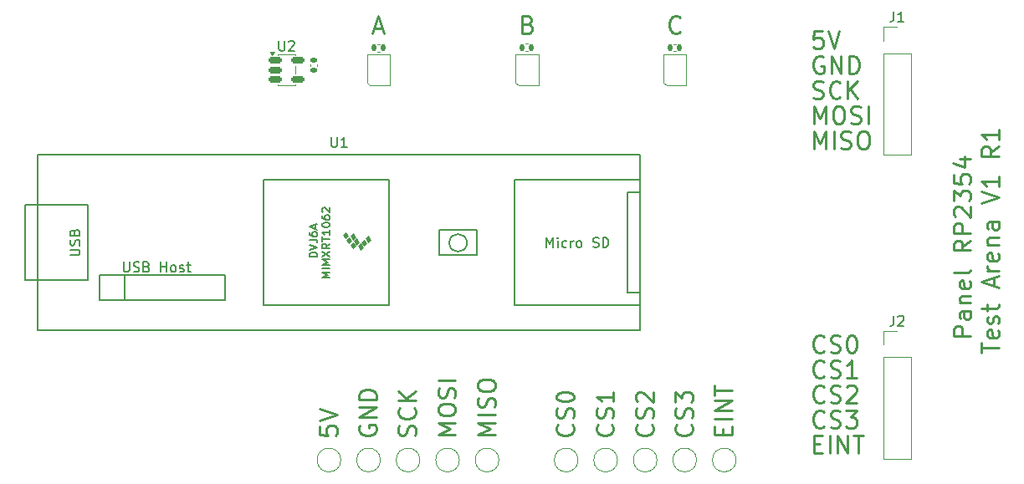
<source format=gto>
G04 #@! TF.GenerationSoftware,KiCad,Pcbnew,9.0.4-9.0.4-0~ubuntu22.04.1*
G04 #@! TF.CreationDate,2025-10-13T12:48:48-07:00*
G04 #@! TF.ProjectId,test_arena,74657374-5f61-4726-956e-612e6b696361,rev?*
G04 #@! TF.SameCoordinates,Original*
G04 #@! TF.FileFunction,Legend,Top*
G04 #@! TF.FilePolarity,Positive*
%FSLAX46Y46*%
G04 Gerber Fmt 4.6, Leading zero omitted, Abs format (unit mm)*
G04 Created by KiCad (PCBNEW 9.0.4-9.0.4-0~ubuntu22.04.1) date 2025-10-13 12:48:48*
%MOMM*%
%LPD*%
G01*
G04 APERTURE LIST*
G04 Aperture macros list*
%AMRoundRect*
0 Rectangle with rounded corners*
0 $1 Rounding radius*
0 $2 $3 $4 $5 $6 $7 $8 $9 X,Y pos of 4 corners*
0 Add a 4 corners polygon primitive as box body*
4,1,4,$2,$3,$4,$5,$6,$7,$8,$9,$2,$3,0*
0 Add four circle primitives for the rounded corners*
1,1,$1+$1,$2,$3*
1,1,$1+$1,$4,$5*
1,1,$1+$1,$6,$7*
1,1,$1+$1,$8,$9*
0 Add four rect primitives between the rounded corners*
20,1,$1+$1,$2,$3,$4,$5,0*
20,1,$1+$1,$4,$5,$6,$7,0*
20,1,$1+$1,$6,$7,$8,$9,0*
20,1,$1+$1,$8,$9,$2,$3,0*%
G04 Aperture macros list end*
%ADD10C,0.250000*%
%ADD11C,0.150000*%
%ADD12C,0.120000*%
%ADD13C,0.100000*%
%ADD14C,2.000000*%
%ADD15RoundRect,0.140000X-0.140000X-0.170000X0.140000X-0.170000X0.140000X0.170000X-0.140000X0.170000X0*%
%ADD16RoundRect,0.150000X-0.512500X-0.150000X0.512500X-0.150000X0.512500X0.150000X-0.512500X0.150000X0*%
%ADD17R,1.700000X1.700000*%
%ADD18C,1.700000*%
%ADD19RoundRect,0.140000X-0.170000X0.140000X-0.170000X-0.140000X0.170000X-0.140000X0.170000X0.140000X0*%
%ADD20C,3.200000*%
%ADD21R,0.700000X0.700000*%
%ADD22R,1.600000X1.600000*%
%ADD23C,1.600000*%
G04 APERTURE END LIST*
D10*
X129997806Y-56189917D02*
X129831139Y-56106584D01*
X129831139Y-56106584D02*
X129581139Y-56106584D01*
X129581139Y-56106584D02*
X129331139Y-56189917D01*
X129331139Y-56189917D02*
X129164473Y-56356584D01*
X129164473Y-56356584D02*
X129081139Y-56523251D01*
X129081139Y-56523251D02*
X128997806Y-56856584D01*
X128997806Y-56856584D02*
X128997806Y-57106584D01*
X128997806Y-57106584D02*
X129081139Y-57439917D01*
X129081139Y-57439917D02*
X129164473Y-57606584D01*
X129164473Y-57606584D02*
X129331139Y-57773251D01*
X129331139Y-57773251D02*
X129581139Y-57856584D01*
X129581139Y-57856584D02*
X129747806Y-57856584D01*
X129747806Y-57856584D02*
X129997806Y-57773251D01*
X129997806Y-57773251D02*
X130081139Y-57689917D01*
X130081139Y-57689917D02*
X130081139Y-57106584D01*
X130081139Y-57106584D02*
X129747806Y-57106584D01*
X130831139Y-57856584D02*
X130831139Y-56106584D01*
X130831139Y-56106584D02*
X131831139Y-57856584D01*
X131831139Y-57856584D02*
X131831139Y-56106584D01*
X132664472Y-57856584D02*
X132664472Y-56106584D01*
X132664472Y-56106584D02*
X133081139Y-56106584D01*
X133081139Y-56106584D02*
X133331139Y-56189917D01*
X133331139Y-56189917D02*
X133497806Y-56356584D01*
X133497806Y-56356584D02*
X133581139Y-56523251D01*
X133581139Y-56523251D02*
X133664472Y-56856584D01*
X133664472Y-56856584D02*
X133664472Y-57106584D01*
X133664472Y-57106584D02*
X133581139Y-57439917D01*
X133581139Y-57439917D02*
X133497806Y-57606584D01*
X133497806Y-57606584D02*
X133331139Y-57773251D01*
X133331139Y-57773251D02*
X133081139Y-57856584D01*
X133081139Y-57856584D02*
X132664472Y-57856584D01*
X144947883Y-84426666D02*
X143197883Y-84426666D01*
X143197883Y-84426666D02*
X143197883Y-83759999D01*
X143197883Y-83759999D02*
X143281216Y-83593333D01*
X143281216Y-83593333D02*
X143364550Y-83509999D01*
X143364550Y-83509999D02*
X143531216Y-83426666D01*
X143531216Y-83426666D02*
X143781216Y-83426666D01*
X143781216Y-83426666D02*
X143947883Y-83509999D01*
X143947883Y-83509999D02*
X144031216Y-83593333D01*
X144031216Y-83593333D02*
X144114550Y-83759999D01*
X144114550Y-83759999D02*
X144114550Y-84426666D01*
X144947883Y-81926666D02*
X144031216Y-81926666D01*
X144031216Y-81926666D02*
X143864550Y-82009999D01*
X143864550Y-82009999D02*
X143781216Y-82176666D01*
X143781216Y-82176666D02*
X143781216Y-82509999D01*
X143781216Y-82509999D02*
X143864550Y-82676666D01*
X144864550Y-81926666D02*
X144947883Y-82093333D01*
X144947883Y-82093333D02*
X144947883Y-82509999D01*
X144947883Y-82509999D02*
X144864550Y-82676666D01*
X144864550Y-82676666D02*
X144697883Y-82759999D01*
X144697883Y-82759999D02*
X144531216Y-82759999D01*
X144531216Y-82759999D02*
X144364550Y-82676666D01*
X144364550Y-82676666D02*
X144281216Y-82509999D01*
X144281216Y-82509999D02*
X144281216Y-82093333D01*
X144281216Y-82093333D02*
X144197883Y-81926666D01*
X143781216Y-81093333D02*
X144947883Y-81093333D01*
X143947883Y-81093333D02*
X143864550Y-81010000D01*
X143864550Y-81010000D02*
X143781216Y-80843333D01*
X143781216Y-80843333D02*
X143781216Y-80593333D01*
X143781216Y-80593333D02*
X143864550Y-80426666D01*
X143864550Y-80426666D02*
X144031216Y-80343333D01*
X144031216Y-80343333D02*
X144947883Y-80343333D01*
X144864550Y-78843333D02*
X144947883Y-79010000D01*
X144947883Y-79010000D02*
X144947883Y-79343333D01*
X144947883Y-79343333D02*
X144864550Y-79510000D01*
X144864550Y-79510000D02*
X144697883Y-79593333D01*
X144697883Y-79593333D02*
X144031216Y-79593333D01*
X144031216Y-79593333D02*
X143864550Y-79510000D01*
X143864550Y-79510000D02*
X143781216Y-79343333D01*
X143781216Y-79343333D02*
X143781216Y-79010000D01*
X143781216Y-79010000D02*
X143864550Y-78843333D01*
X143864550Y-78843333D02*
X144031216Y-78760000D01*
X144031216Y-78760000D02*
X144197883Y-78760000D01*
X144197883Y-78760000D02*
X144364550Y-79593333D01*
X144947883Y-77760000D02*
X144864550Y-77926667D01*
X144864550Y-77926667D02*
X144697883Y-78010000D01*
X144697883Y-78010000D02*
X143197883Y-78010000D01*
X144947883Y-74760000D02*
X144114550Y-75343333D01*
X144947883Y-75760000D02*
X143197883Y-75760000D01*
X143197883Y-75760000D02*
X143197883Y-75093333D01*
X143197883Y-75093333D02*
X143281216Y-74926667D01*
X143281216Y-74926667D02*
X143364550Y-74843333D01*
X143364550Y-74843333D02*
X143531216Y-74760000D01*
X143531216Y-74760000D02*
X143781216Y-74760000D01*
X143781216Y-74760000D02*
X143947883Y-74843333D01*
X143947883Y-74843333D02*
X144031216Y-74926667D01*
X144031216Y-74926667D02*
X144114550Y-75093333D01*
X144114550Y-75093333D02*
X144114550Y-75760000D01*
X144947883Y-74010000D02*
X143197883Y-74010000D01*
X143197883Y-74010000D02*
X143197883Y-73343333D01*
X143197883Y-73343333D02*
X143281216Y-73176667D01*
X143281216Y-73176667D02*
X143364550Y-73093333D01*
X143364550Y-73093333D02*
X143531216Y-73010000D01*
X143531216Y-73010000D02*
X143781216Y-73010000D01*
X143781216Y-73010000D02*
X143947883Y-73093333D01*
X143947883Y-73093333D02*
X144031216Y-73176667D01*
X144031216Y-73176667D02*
X144114550Y-73343333D01*
X144114550Y-73343333D02*
X144114550Y-74010000D01*
X143364550Y-72343333D02*
X143281216Y-72260000D01*
X143281216Y-72260000D02*
X143197883Y-72093333D01*
X143197883Y-72093333D02*
X143197883Y-71676667D01*
X143197883Y-71676667D02*
X143281216Y-71510000D01*
X143281216Y-71510000D02*
X143364550Y-71426667D01*
X143364550Y-71426667D02*
X143531216Y-71343333D01*
X143531216Y-71343333D02*
X143697883Y-71343333D01*
X143697883Y-71343333D02*
X143947883Y-71426667D01*
X143947883Y-71426667D02*
X144947883Y-72426667D01*
X144947883Y-72426667D02*
X144947883Y-71343333D01*
X143197883Y-70760000D02*
X143197883Y-69676666D01*
X143197883Y-69676666D02*
X143864550Y-70260000D01*
X143864550Y-70260000D02*
X143864550Y-70010000D01*
X143864550Y-70010000D02*
X143947883Y-69843333D01*
X143947883Y-69843333D02*
X144031216Y-69760000D01*
X144031216Y-69760000D02*
X144197883Y-69676666D01*
X144197883Y-69676666D02*
X144614550Y-69676666D01*
X144614550Y-69676666D02*
X144781216Y-69760000D01*
X144781216Y-69760000D02*
X144864550Y-69843333D01*
X144864550Y-69843333D02*
X144947883Y-70010000D01*
X144947883Y-70010000D02*
X144947883Y-70510000D01*
X144947883Y-70510000D02*
X144864550Y-70676666D01*
X144864550Y-70676666D02*
X144781216Y-70760000D01*
X143197883Y-68093333D02*
X143197883Y-68926666D01*
X143197883Y-68926666D02*
X144031216Y-69009999D01*
X144031216Y-69009999D02*
X143947883Y-68926666D01*
X143947883Y-68926666D02*
X143864550Y-68759999D01*
X143864550Y-68759999D02*
X143864550Y-68343333D01*
X143864550Y-68343333D02*
X143947883Y-68176666D01*
X143947883Y-68176666D02*
X144031216Y-68093333D01*
X144031216Y-68093333D02*
X144197883Y-68009999D01*
X144197883Y-68009999D02*
X144614550Y-68009999D01*
X144614550Y-68009999D02*
X144781216Y-68093333D01*
X144781216Y-68093333D02*
X144864550Y-68176666D01*
X144864550Y-68176666D02*
X144947883Y-68343333D01*
X144947883Y-68343333D02*
X144947883Y-68759999D01*
X144947883Y-68759999D02*
X144864550Y-68926666D01*
X144864550Y-68926666D02*
X144781216Y-69009999D01*
X143781216Y-66509999D02*
X144947883Y-66509999D01*
X143114550Y-66926666D02*
X144364550Y-67343332D01*
X144364550Y-67343332D02*
X144364550Y-66259999D01*
X146015285Y-86134999D02*
X146015285Y-85134999D01*
X147765285Y-85634999D02*
X146015285Y-85634999D01*
X147681952Y-83884999D02*
X147765285Y-84051666D01*
X147765285Y-84051666D02*
X147765285Y-84384999D01*
X147765285Y-84384999D02*
X147681952Y-84551666D01*
X147681952Y-84551666D02*
X147515285Y-84634999D01*
X147515285Y-84634999D02*
X146848618Y-84634999D01*
X146848618Y-84634999D02*
X146681952Y-84551666D01*
X146681952Y-84551666D02*
X146598618Y-84384999D01*
X146598618Y-84384999D02*
X146598618Y-84051666D01*
X146598618Y-84051666D02*
X146681952Y-83884999D01*
X146681952Y-83884999D02*
X146848618Y-83801666D01*
X146848618Y-83801666D02*
X147015285Y-83801666D01*
X147015285Y-83801666D02*
X147181952Y-84634999D01*
X147681952Y-83134999D02*
X147765285Y-82968333D01*
X147765285Y-82968333D02*
X147765285Y-82634999D01*
X147765285Y-82634999D02*
X147681952Y-82468333D01*
X147681952Y-82468333D02*
X147515285Y-82384999D01*
X147515285Y-82384999D02*
X147431952Y-82384999D01*
X147431952Y-82384999D02*
X147265285Y-82468333D01*
X147265285Y-82468333D02*
X147181952Y-82634999D01*
X147181952Y-82634999D02*
X147181952Y-82884999D01*
X147181952Y-82884999D02*
X147098618Y-83051666D01*
X147098618Y-83051666D02*
X146931952Y-83134999D01*
X146931952Y-83134999D02*
X146848618Y-83134999D01*
X146848618Y-83134999D02*
X146681952Y-83051666D01*
X146681952Y-83051666D02*
X146598618Y-82884999D01*
X146598618Y-82884999D02*
X146598618Y-82634999D01*
X146598618Y-82634999D02*
X146681952Y-82468333D01*
X146598618Y-81884999D02*
X146598618Y-81218332D01*
X146015285Y-81634999D02*
X147515285Y-81634999D01*
X147515285Y-81634999D02*
X147681952Y-81551666D01*
X147681952Y-81551666D02*
X147765285Y-81384999D01*
X147765285Y-81384999D02*
X147765285Y-81218332D01*
X147265285Y-79384999D02*
X147265285Y-78551666D01*
X147765285Y-79551666D02*
X146015285Y-78968333D01*
X146015285Y-78968333D02*
X147765285Y-78384999D01*
X147765285Y-77801666D02*
X146598618Y-77801666D01*
X146931952Y-77801666D02*
X146765285Y-77718333D01*
X146765285Y-77718333D02*
X146681952Y-77634999D01*
X146681952Y-77634999D02*
X146598618Y-77468333D01*
X146598618Y-77468333D02*
X146598618Y-77301666D01*
X147681952Y-76051666D02*
X147765285Y-76218333D01*
X147765285Y-76218333D02*
X147765285Y-76551666D01*
X147765285Y-76551666D02*
X147681952Y-76718333D01*
X147681952Y-76718333D02*
X147515285Y-76801666D01*
X147515285Y-76801666D02*
X146848618Y-76801666D01*
X146848618Y-76801666D02*
X146681952Y-76718333D01*
X146681952Y-76718333D02*
X146598618Y-76551666D01*
X146598618Y-76551666D02*
X146598618Y-76218333D01*
X146598618Y-76218333D02*
X146681952Y-76051666D01*
X146681952Y-76051666D02*
X146848618Y-75968333D01*
X146848618Y-75968333D02*
X147015285Y-75968333D01*
X147015285Y-75968333D02*
X147181952Y-76801666D01*
X146598618Y-75218333D02*
X147765285Y-75218333D01*
X146765285Y-75218333D02*
X146681952Y-75135000D01*
X146681952Y-75135000D02*
X146598618Y-74968333D01*
X146598618Y-74968333D02*
X146598618Y-74718333D01*
X146598618Y-74718333D02*
X146681952Y-74551666D01*
X146681952Y-74551666D02*
X146848618Y-74468333D01*
X146848618Y-74468333D02*
X147765285Y-74468333D01*
X147765285Y-72885000D02*
X146848618Y-72885000D01*
X146848618Y-72885000D02*
X146681952Y-72968333D01*
X146681952Y-72968333D02*
X146598618Y-73135000D01*
X146598618Y-73135000D02*
X146598618Y-73468333D01*
X146598618Y-73468333D02*
X146681952Y-73635000D01*
X147681952Y-72885000D02*
X147765285Y-73051667D01*
X147765285Y-73051667D02*
X147765285Y-73468333D01*
X147765285Y-73468333D02*
X147681952Y-73635000D01*
X147681952Y-73635000D02*
X147515285Y-73718333D01*
X147515285Y-73718333D02*
X147348618Y-73718333D01*
X147348618Y-73718333D02*
X147181952Y-73635000D01*
X147181952Y-73635000D02*
X147098618Y-73468333D01*
X147098618Y-73468333D02*
X147098618Y-73051667D01*
X147098618Y-73051667D02*
X147015285Y-72885000D01*
X146015285Y-70968334D02*
X147765285Y-70385001D01*
X147765285Y-70385001D02*
X146015285Y-69801667D01*
X147765285Y-68301667D02*
X147765285Y-69301667D01*
X147765285Y-68801667D02*
X146015285Y-68801667D01*
X146015285Y-68801667D02*
X146265285Y-68968334D01*
X146265285Y-68968334D02*
X146431952Y-69135001D01*
X146431952Y-69135001D02*
X146515285Y-69301667D01*
X147765285Y-65218334D02*
X146931952Y-65801667D01*
X147765285Y-66218334D02*
X146015285Y-66218334D01*
X146015285Y-66218334D02*
X146015285Y-65551667D01*
X146015285Y-65551667D02*
X146098618Y-65385001D01*
X146098618Y-65385001D02*
X146181952Y-65301667D01*
X146181952Y-65301667D02*
X146348618Y-65218334D01*
X146348618Y-65218334D02*
X146598618Y-65218334D01*
X146598618Y-65218334D02*
X146765285Y-65301667D01*
X146765285Y-65301667D02*
X146848618Y-65385001D01*
X146848618Y-65385001D02*
X146931952Y-65551667D01*
X146931952Y-65551667D02*
X146931952Y-66218334D01*
X147765285Y-63551667D02*
X147765285Y-64551667D01*
X147765285Y-64051667D02*
X146015285Y-64051667D01*
X146015285Y-64051667D02*
X146265285Y-64218334D01*
X146265285Y-64218334D02*
X146431952Y-64385001D01*
X146431952Y-64385001D02*
X146515285Y-64551667D01*
X112629917Y-93418860D02*
X112713251Y-93502193D01*
X112713251Y-93502193D02*
X112796584Y-93752193D01*
X112796584Y-93752193D02*
X112796584Y-93918860D01*
X112796584Y-93918860D02*
X112713251Y-94168860D01*
X112713251Y-94168860D02*
X112546584Y-94335527D01*
X112546584Y-94335527D02*
X112379917Y-94418860D01*
X112379917Y-94418860D02*
X112046584Y-94502193D01*
X112046584Y-94502193D02*
X111796584Y-94502193D01*
X111796584Y-94502193D02*
X111463251Y-94418860D01*
X111463251Y-94418860D02*
X111296584Y-94335527D01*
X111296584Y-94335527D02*
X111129917Y-94168860D01*
X111129917Y-94168860D02*
X111046584Y-93918860D01*
X111046584Y-93918860D02*
X111046584Y-93752193D01*
X111046584Y-93752193D02*
X111129917Y-93502193D01*
X111129917Y-93502193D02*
X111213251Y-93418860D01*
X112713251Y-92752193D02*
X112796584Y-92502193D01*
X112796584Y-92502193D02*
X112796584Y-92085527D01*
X112796584Y-92085527D02*
X112713251Y-91918860D01*
X112713251Y-91918860D02*
X112629917Y-91835527D01*
X112629917Y-91835527D02*
X112463251Y-91752193D01*
X112463251Y-91752193D02*
X112296584Y-91752193D01*
X112296584Y-91752193D02*
X112129917Y-91835527D01*
X112129917Y-91835527D02*
X112046584Y-91918860D01*
X112046584Y-91918860D02*
X111963251Y-92085527D01*
X111963251Y-92085527D02*
X111879917Y-92418860D01*
X111879917Y-92418860D02*
X111796584Y-92585527D01*
X111796584Y-92585527D02*
X111713251Y-92668860D01*
X111713251Y-92668860D02*
X111546584Y-92752193D01*
X111546584Y-92752193D02*
X111379917Y-92752193D01*
X111379917Y-92752193D02*
X111213251Y-92668860D01*
X111213251Y-92668860D02*
X111129917Y-92585527D01*
X111129917Y-92585527D02*
X111046584Y-92418860D01*
X111046584Y-92418860D02*
X111046584Y-92002193D01*
X111046584Y-92002193D02*
X111129917Y-91752193D01*
X111213251Y-91085526D02*
X111129917Y-91002193D01*
X111129917Y-91002193D02*
X111046584Y-90835526D01*
X111046584Y-90835526D02*
X111046584Y-90418860D01*
X111046584Y-90418860D02*
X111129917Y-90252193D01*
X111129917Y-90252193D02*
X111213251Y-90168860D01*
X111213251Y-90168860D02*
X111379917Y-90085526D01*
X111379917Y-90085526D02*
X111546584Y-90085526D01*
X111546584Y-90085526D02*
X111796584Y-90168860D01*
X111796584Y-90168860D02*
X112796584Y-91168860D01*
X112796584Y-91168860D02*
X112796584Y-90085526D01*
X129914473Y-53566584D02*
X129081139Y-53566584D01*
X129081139Y-53566584D02*
X128997806Y-54399917D01*
X128997806Y-54399917D02*
X129081139Y-54316584D01*
X129081139Y-54316584D02*
X129247806Y-54233251D01*
X129247806Y-54233251D02*
X129664473Y-54233251D01*
X129664473Y-54233251D02*
X129831139Y-54316584D01*
X129831139Y-54316584D02*
X129914473Y-54399917D01*
X129914473Y-54399917D02*
X129997806Y-54566584D01*
X129997806Y-54566584D02*
X129997806Y-54983251D01*
X129997806Y-54983251D02*
X129914473Y-55149917D01*
X129914473Y-55149917D02*
X129831139Y-55233251D01*
X129831139Y-55233251D02*
X129664473Y-55316584D01*
X129664473Y-55316584D02*
X129247806Y-55316584D01*
X129247806Y-55316584D02*
X129081139Y-55233251D01*
X129081139Y-55233251D02*
X128997806Y-55149917D01*
X130497806Y-53566584D02*
X131081140Y-55316584D01*
X131081140Y-55316584D02*
X131664473Y-53566584D01*
X84583333Y-53272834D02*
X85416666Y-53272834D01*
X84416666Y-53772834D02*
X85000000Y-52022834D01*
X85000000Y-52022834D02*
X85583333Y-53772834D01*
X108629917Y-93418860D02*
X108713251Y-93502193D01*
X108713251Y-93502193D02*
X108796584Y-93752193D01*
X108796584Y-93752193D02*
X108796584Y-93918860D01*
X108796584Y-93918860D02*
X108713251Y-94168860D01*
X108713251Y-94168860D02*
X108546584Y-94335527D01*
X108546584Y-94335527D02*
X108379917Y-94418860D01*
X108379917Y-94418860D02*
X108046584Y-94502193D01*
X108046584Y-94502193D02*
X107796584Y-94502193D01*
X107796584Y-94502193D02*
X107463251Y-94418860D01*
X107463251Y-94418860D02*
X107296584Y-94335527D01*
X107296584Y-94335527D02*
X107129917Y-94168860D01*
X107129917Y-94168860D02*
X107046584Y-93918860D01*
X107046584Y-93918860D02*
X107046584Y-93752193D01*
X107046584Y-93752193D02*
X107129917Y-93502193D01*
X107129917Y-93502193D02*
X107213251Y-93418860D01*
X108713251Y-92752193D02*
X108796584Y-92502193D01*
X108796584Y-92502193D02*
X108796584Y-92085527D01*
X108796584Y-92085527D02*
X108713251Y-91918860D01*
X108713251Y-91918860D02*
X108629917Y-91835527D01*
X108629917Y-91835527D02*
X108463251Y-91752193D01*
X108463251Y-91752193D02*
X108296584Y-91752193D01*
X108296584Y-91752193D02*
X108129917Y-91835527D01*
X108129917Y-91835527D02*
X108046584Y-91918860D01*
X108046584Y-91918860D02*
X107963251Y-92085527D01*
X107963251Y-92085527D02*
X107879917Y-92418860D01*
X107879917Y-92418860D02*
X107796584Y-92585527D01*
X107796584Y-92585527D02*
X107713251Y-92668860D01*
X107713251Y-92668860D02*
X107546584Y-92752193D01*
X107546584Y-92752193D02*
X107379917Y-92752193D01*
X107379917Y-92752193D02*
X107213251Y-92668860D01*
X107213251Y-92668860D02*
X107129917Y-92585527D01*
X107129917Y-92585527D02*
X107046584Y-92418860D01*
X107046584Y-92418860D02*
X107046584Y-92002193D01*
X107046584Y-92002193D02*
X107129917Y-91752193D01*
X108796584Y-90085526D02*
X108796584Y-91085526D01*
X108796584Y-90585526D02*
X107046584Y-90585526D01*
X107046584Y-90585526D02*
X107296584Y-90752193D01*
X107296584Y-90752193D02*
X107463251Y-90918860D01*
X107463251Y-90918860D02*
X107546584Y-91085526D01*
X129081139Y-95359917D02*
X129664473Y-95359917D01*
X129914473Y-96276584D02*
X129081139Y-96276584D01*
X129081139Y-96276584D02*
X129081139Y-94526584D01*
X129081139Y-94526584D02*
X129914473Y-94526584D01*
X130664472Y-96276584D02*
X130664472Y-94526584D01*
X131497805Y-96276584D02*
X131497805Y-94526584D01*
X131497805Y-94526584D02*
X132497805Y-96276584D01*
X132497805Y-96276584D02*
X132497805Y-94526584D01*
X133081138Y-94526584D02*
X134081138Y-94526584D01*
X133581138Y-96276584D02*
X133581138Y-94526584D01*
X119879917Y-94418860D02*
X119879917Y-93835527D01*
X120796584Y-93585527D02*
X120796584Y-94418860D01*
X120796584Y-94418860D02*
X119046584Y-94418860D01*
X119046584Y-94418860D02*
X119046584Y-93585527D01*
X120796584Y-92835527D02*
X119046584Y-92835527D01*
X120796584Y-92002194D02*
X119046584Y-92002194D01*
X119046584Y-92002194D02*
X120796584Y-91002194D01*
X120796584Y-91002194D02*
X119046584Y-91002194D01*
X119046584Y-90418861D02*
X119046584Y-89418861D01*
X120796584Y-89918861D02*
X119046584Y-89918861D01*
X130081139Y-85949917D02*
X129997806Y-86033251D01*
X129997806Y-86033251D02*
X129747806Y-86116584D01*
X129747806Y-86116584D02*
X129581139Y-86116584D01*
X129581139Y-86116584D02*
X129331139Y-86033251D01*
X129331139Y-86033251D02*
X129164473Y-85866584D01*
X129164473Y-85866584D02*
X129081139Y-85699917D01*
X129081139Y-85699917D02*
X128997806Y-85366584D01*
X128997806Y-85366584D02*
X128997806Y-85116584D01*
X128997806Y-85116584D02*
X129081139Y-84783251D01*
X129081139Y-84783251D02*
X129164473Y-84616584D01*
X129164473Y-84616584D02*
X129331139Y-84449917D01*
X129331139Y-84449917D02*
X129581139Y-84366584D01*
X129581139Y-84366584D02*
X129747806Y-84366584D01*
X129747806Y-84366584D02*
X129997806Y-84449917D01*
X129997806Y-84449917D02*
X130081139Y-84533251D01*
X130747806Y-86033251D02*
X130997806Y-86116584D01*
X130997806Y-86116584D02*
X131414473Y-86116584D01*
X131414473Y-86116584D02*
X131581139Y-86033251D01*
X131581139Y-86033251D02*
X131664473Y-85949917D01*
X131664473Y-85949917D02*
X131747806Y-85783251D01*
X131747806Y-85783251D02*
X131747806Y-85616584D01*
X131747806Y-85616584D02*
X131664473Y-85449917D01*
X131664473Y-85449917D02*
X131581139Y-85366584D01*
X131581139Y-85366584D02*
X131414473Y-85283251D01*
X131414473Y-85283251D02*
X131081139Y-85199917D01*
X131081139Y-85199917D02*
X130914473Y-85116584D01*
X130914473Y-85116584D02*
X130831139Y-85033251D01*
X130831139Y-85033251D02*
X130747806Y-84866584D01*
X130747806Y-84866584D02*
X130747806Y-84699917D01*
X130747806Y-84699917D02*
X130831139Y-84533251D01*
X130831139Y-84533251D02*
X130914473Y-84449917D01*
X130914473Y-84449917D02*
X131081139Y-84366584D01*
X131081139Y-84366584D02*
X131497806Y-84366584D01*
X131497806Y-84366584D02*
X131747806Y-84449917D01*
X132831140Y-84366584D02*
X132997806Y-84366584D01*
X132997806Y-84366584D02*
X133164473Y-84449917D01*
X133164473Y-84449917D02*
X133247806Y-84533251D01*
X133247806Y-84533251D02*
X133331140Y-84699917D01*
X133331140Y-84699917D02*
X133414473Y-85033251D01*
X133414473Y-85033251D02*
X133414473Y-85449917D01*
X133414473Y-85449917D02*
X133331140Y-85783251D01*
X133331140Y-85783251D02*
X133247806Y-85949917D01*
X133247806Y-85949917D02*
X133164473Y-86033251D01*
X133164473Y-86033251D02*
X132997806Y-86116584D01*
X132997806Y-86116584D02*
X132831140Y-86116584D01*
X132831140Y-86116584D02*
X132664473Y-86033251D01*
X132664473Y-86033251D02*
X132581140Y-85949917D01*
X132581140Y-85949917D02*
X132497806Y-85783251D01*
X132497806Y-85783251D02*
X132414473Y-85449917D01*
X132414473Y-85449917D02*
X132414473Y-85033251D01*
X132414473Y-85033251D02*
X132497806Y-84699917D01*
X132497806Y-84699917D02*
X132581140Y-84533251D01*
X132581140Y-84533251D02*
X132664473Y-84449917D01*
X132664473Y-84449917D02*
X132831140Y-84366584D01*
X83129917Y-93502193D02*
X83046584Y-93668860D01*
X83046584Y-93668860D02*
X83046584Y-93918860D01*
X83046584Y-93918860D02*
X83129917Y-94168860D01*
X83129917Y-94168860D02*
X83296584Y-94335527D01*
X83296584Y-94335527D02*
X83463251Y-94418860D01*
X83463251Y-94418860D02*
X83796584Y-94502193D01*
X83796584Y-94502193D02*
X84046584Y-94502193D01*
X84046584Y-94502193D02*
X84379917Y-94418860D01*
X84379917Y-94418860D02*
X84546584Y-94335527D01*
X84546584Y-94335527D02*
X84713251Y-94168860D01*
X84713251Y-94168860D02*
X84796584Y-93918860D01*
X84796584Y-93918860D02*
X84796584Y-93752193D01*
X84796584Y-93752193D02*
X84713251Y-93502193D01*
X84713251Y-93502193D02*
X84629917Y-93418860D01*
X84629917Y-93418860D02*
X84046584Y-93418860D01*
X84046584Y-93418860D02*
X84046584Y-93752193D01*
X84796584Y-92668860D02*
X83046584Y-92668860D01*
X83046584Y-92668860D02*
X84796584Y-91668860D01*
X84796584Y-91668860D02*
X83046584Y-91668860D01*
X84796584Y-90835527D02*
X83046584Y-90835527D01*
X83046584Y-90835527D02*
X83046584Y-90418860D01*
X83046584Y-90418860D02*
X83129917Y-90168860D01*
X83129917Y-90168860D02*
X83296584Y-90002194D01*
X83296584Y-90002194D02*
X83463251Y-89918860D01*
X83463251Y-89918860D02*
X83796584Y-89835527D01*
X83796584Y-89835527D02*
X84046584Y-89835527D01*
X84046584Y-89835527D02*
X84379917Y-89918860D01*
X84379917Y-89918860D02*
X84546584Y-90002194D01*
X84546584Y-90002194D02*
X84713251Y-90168860D01*
X84713251Y-90168860D02*
X84796584Y-90418860D01*
X84796584Y-90418860D02*
X84796584Y-90835527D01*
X79046584Y-93585527D02*
X79046584Y-94418860D01*
X79046584Y-94418860D02*
X79879917Y-94502193D01*
X79879917Y-94502193D02*
X79796584Y-94418860D01*
X79796584Y-94418860D02*
X79713251Y-94252193D01*
X79713251Y-94252193D02*
X79713251Y-93835527D01*
X79713251Y-93835527D02*
X79796584Y-93668860D01*
X79796584Y-93668860D02*
X79879917Y-93585527D01*
X79879917Y-93585527D02*
X80046584Y-93502193D01*
X80046584Y-93502193D02*
X80463251Y-93502193D01*
X80463251Y-93502193D02*
X80629917Y-93585527D01*
X80629917Y-93585527D02*
X80713251Y-93668860D01*
X80713251Y-93668860D02*
X80796584Y-93835527D01*
X80796584Y-93835527D02*
X80796584Y-94252193D01*
X80796584Y-94252193D02*
X80713251Y-94418860D01*
X80713251Y-94418860D02*
X80629917Y-94502193D01*
X79046584Y-93002193D02*
X80796584Y-92418860D01*
X80796584Y-92418860D02*
X79046584Y-91835526D01*
X115541666Y-53606167D02*
X115458333Y-53689501D01*
X115458333Y-53689501D02*
X115208333Y-53772834D01*
X115208333Y-53772834D02*
X115041666Y-53772834D01*
X115041666Y-53772834D02*
X114791666Y-53689501D01*
X114791666Y-53689501D02*
X114625000Y-53522834D01*
X114625000Y-53522834D02*
X114541666Y-53356167D01*
X114541666Y-53356167D02*
X114458333Y-53022834D01*
X114458333Y-53022834D02*
X114458333Y-52772834D01*
X114458333Y-52772834D02*
X114541666Y-52439501D01*
X114541666Y-52439501D02*
X114625000Y-52272834D01*
X114625000Y-52272834D02*
X114791666Y-52106167D01*
X114791666Y-52106167D02*
X115041666Y-52022834D01*
X115041666Y-52022834D02*
X115208333Y-52022834D01*
X115208333Y-52022834D02*
X115458333Y-52106167D01*
X115458333Y-52106167D02*
X115541666Y-52189501D01*
X104629917Y-93418860D02*
X104713251Y-93502193D01*
X104713251Y-93502193D02*
X104796584Y-93752193D01*
X104796584Y-93752193D02*
X104796584Y-93918860D01*
X104796584Y-93918860D02*
X104713251Y-94168860D01*
X104713251Y-94168860D02*
X104546584Y-94335527D01*
X104546584Y-94335527D02*
X104379917Y-94418860D01*
X104379917Y-94418860D02*
X104046584Y-94502193D01*
X104046584Y-94502193D02*
X103796584Y-94502193D01*
X103796584Y-94502193D02*
X103463251Y-94418860D01*
X103463251Y-94418860D02*
X103296584Y-94335527D01*
X103296584Y-94335527D02*
X103129917Y-94168860D01*
X103129917Y-94168860D02*
X103046584Y-93918860D01*
X103046584Y-93918860D02*
X103046584Y-93752193D01*
X103046584Y-93752193D02*
X103129917Y-93502193D01*
X103129917Y-93502193D02*
X103213251Y-93418860D01*
X104713251Y-92752193D02*
X104796584Y-92502193D01*
X104796584Y-92502193D02*
X104796584Y-92085527D01*
X104796584Y-92085527D02*
X104713251Y-91918860D01*
X104713251Y-91918860D02*
X104629917Y-91835527D01*
X104629917Y-91835527D02*
X104463251Y-91752193D01*
X104463251Y-91752193D02*
X104296584Y-91752193D01*
X104296584Y-91752193D02*
X104129917Y-91835527D01*
X104129917Y-91835527D02*
X104046584Y-91918860D01*
X104046584Y-91918860D02*
X103963251Y-92085527D01*
X103963251Y-92085527D02*
X103879917Y-92418860D01*
X103879917Y-92418860D02*
X103796584Y-92585527D01*
X103796584Y-92585527D02*
X103713251Y-92668860D01*
X103713251Y-92668860D02*
X103546584Y-92752193D01*
X103546584Y-92752193D02*
X103379917Y-92752193D01*
X103379917Y-92752193D02*
X103213251Y-92668860D01*
X103213251Y-92668860D02*
X103129917Y-92585527D01*
X103129917Y-92585527D02*
X103046584Y-92418860D01*
X103046584Y-92418860D02*
X103046584Y-92002193D01*
X103046584Y-92002193D02*
X103129917Y-91752193D01*
X103046584Y-90668860D02*
X103046584Y-90502193D01*
X103046584Y-90502193D02*
X103129917Y-90335526D01*
X103129917Y-90335526D02*
X103213251Y-90252193D01*
X103213251Y-90252193D02*
X103379917Y-90168860D01*
X103379917Y-90168860D02*
X103713251Y-90085526D01*
X103713251Y-90085526D02*
X104129917Y-90085526D01*
X104129917Y-90085526D02*
X104463251Y-90168860D01*
X104463251Y-90168860D02*
X104629917Y-90252193D01*
X104629917Y-90252193D02*
X104713251Y-90335526D01*
X104713251Y-90335526D02*
X104796584Y-90502193D01*
X104796584Y-90502193D02*
X104796584Y-90668860D01*
X104796584Y-90668860D02*
X104713251Y-90835526D01*
X104713251Y-90835526D02*
X104629917Y-90918860D01*
X104629917Y-90918860D02*
X104463251Y-91002193D01*
X104463251Y-91002193D02*
X104129917Y-91085526D01*
X104129917Y-91085526D02*
X103713251Y-91085526D01*
X103713251Y-91085526D02*
X103379917Y-91002193D01*
X103379917Y-91002193D02*
X103213251Y-90918860D01*
X103213251Y-90918860D02*
X103129917Y-90835526D01*
X103129917Y-90835526D02*
X103046584Y-90668860D01*
X129081139Y-62936584D02*
X129081139Y-61186584D01*
X129081139Y-61186584D02*
X129664473Y-62436584D01*
X129664473Y-62436584D02*
X130247806Y-61186584D01*
X130247806Y-61186584D02*
X130247806Y-62936584D01*
X131414473Y-61186584D02*
X131747806Y-61186584D01*
X131747806Y-61186584D02*
X131914473Y-61269917D01*
X131914473Y-61269917D02*
X132081139Y-61436584D01*
X132081139Y-61436584D02*
X132164473Y-61769917D01*
X132164473Y-61769917D02*
X132164473Y-62353251D01*
X132164473Y-62353251D02*
X132081139Y-62686584D01*
X132081139Y-62686584D02*
X131914473Y-62853251D01*
X131914473Y-62853251D02*
X131747806Y-62936584D01*
X131747806Y-62936584D02*
X131414473Y-62936584D01*
X131414473Y-62936584D02*
X131247806Y-62853251D01*
X131247806Y-62853251D02*
X131081139Y-62686584D01*
X131081139Y-62686584D02*
X130997806Y-62353251D01*
X130997806Y-62353251D02*
X130997806Y-61769917D01*
X130997806Y-61769917D02*
X131081139Y-61436584D01*
X131081139Y-61436584D02*
X131247806Y-61269917D01*
X131247806Y-61269917D02*
X131414473Y-61186584D01*
X132831139Y-62853251D02*
X133081139Y-62936584D01*
X133081139Y-62936584D02*
X133497806Y-62936584D01*
X133497806Y-62936584D02*
X133664472Y-62853251D01*
X133664472Y-62853251D02*
X133747806Y-62769917D01*
X133747806Y-62769917D02*
X133831139Y-62603251D01*
X133831139Y-62603251D02*
X133831139Y-62436584D01*
X133831139Y-62436584D02*
X133747806Y-62269917D01*
X133747806Y-62269917D02*
X133664472Y-62186584D01*
X133664472Y-62186584D02*
X133497806Y-62103251D01*
X133497806Y-62103251D02*
X133164472Y-62019917D01*
X133164472Y-62019917D02*
X132997806Y-61936584D01*
X132997806Y-61936584D02*
X132914472Y-61853251D01*
X132914472Y-61853251D02*
X132831139Y-61686584D01*
X132831139Y-61686584D02*
X132831139Y-61519917D01*
X132831139Y-61519917D02*
X132914472Y-61353251D01*
X132914472Y-61353251D02*
X132997806Y-61269917D01*
X132997806Y-61269917D02*
X133164472Y-61186584D01*
X133164472Y-61186584D02*
X133581139Y-61186584D01*
X133581139Y-61186584D02*
X133831139Y-61269917D01*
X134581139Y-62936584D02*
X134581139Y-61186584D01*
X116629917Y-93418860D02*
X116713251Y-93502193D01*
X116713251Y-93502193D02*
X116796584Y-93752193D01*
X116796584Y-93752193D02*
X116796584Y-93918860D01*
X116796584Y-93918860D02*
X116713251Y-94168860D01*
X116713251Y-94168860D02*
X116546584Y-94335527D01*
X116546584Y-94335527D02*
X116379917Y-94418860D01*
X116379917Y-94418860D02*
X116046584Y-94502193D01*
X116046584Y-94502193D02*
X115796584Y-94502193D01*
X115796584Y-94502193D02*
X115463251Y-94418860D01*
X115463251Y-94418860D02*
X115296584Y-94335527D01*
X115296584Y-94335527D02*
X115129917Y-94168860D01*
X115129917Y-94168860D02*
X115046584Y-93918860D01*
X115046584Y-93918860D02*
X115046584Y-93752193D01*
X115046584Y-93752193D02*
X115129917Y-93502193D01*
X115129917Y-93502193D02*
X115213251Y-93418860D01*
X116713251Y-92752193D02*
X116796584Y-92502193D01*
X116796584Y-92502193D02*
X116796584Y-92085527D01*
X116796584Y-92085527D02*
X116713251Y-91918860D01*
X116713251Y-91918860D02*
X116629917Y-91835527D01*
X116629917Y-91835527D02*
X116463251Y-91752193D01*
X116463251Y-91752193D02*
X116296584Y-91752193D01*
X116296584Y-91752193D02*
X116129917Y-91835527D01*
X116129917Y-91835527D02*
X116046584Y-91918860D01*
X116046584Y-91918860D02*
X115963251Y-92085527D01*
X115963251Y-92085527D02*
X115879917Y-92418860D01*
X115879917Y-92418860D02*
X115796584Y-92585527D01*
X115796584Y-92585527D02*
X115713251Y-92668860D01*
X115713251Y-92668860D02*
X115546584Y-92752193D01*
X115546584Y-92752193D02*
X115379917Y-92752193D01*
X115379917Y-92752193D02*
X115213251Y-92668860D01*
X115213251Y-92668860D02*
X115129917Y-92585527D01*
X115129917Y-92585527D02*
X115046584Y-92418860D01*
X115046584Y-92418860D02*
X115046584Y-92002193D01*
X115046584Y-92002193D02*
X115129917Y-91752193D01*
X115046584Y-91168860D02*
X115046584Y-90085526D01*
X115046584Y-90085526D02*
X115713251Y-90668860D01*
X115713251Y-90668860D02*
X115713251Y-90418860D01*
X115713251Y-90418860D02*
X115796584Y-90252193D01*
X115796584Y-90252193D02*
X115879917Y-90168860D01*
X115879917Y-90168860D02*
X116046584Y-90085526D01*
X116046584Y-90085526D02*
X116463251Y-90085526D01*
X116463251Y-90085526D02*
X116629917Y-90168860D01*
X116629917Y-90168860D02*
X116713251Y-90252193D01*
X116713251Y-90252193D02*
X116796584Y-90418860D01*
X116796584Y-90418860D02*
X116796584Y-90918860D01*
X116796584Y-90918860D02*
X116713251Y-91085526D01*
X116713251Y-91085526D02*
X116629917Y-91168860D01*
X130081139Y-93569917D02*
X129997806Y-93653251D01*
X129997806Y-93653251D02*
X129747806Y-93736584D01*
X129747806Y-93736584D02*
X129581139Y-93736584D01*
X129581139Y-93736584D02*
X129331139Y-93653251D01*
X129331139Y-93653251D02*
X129164473Y-93486584D01*
X129164473Y-93486584D02*
X129081139Y-93319917D01*
X129081139Y-93319917D02*
X128997806Y-92986584D01*
X128997806Y-92986584D02*
X128997806Y-92736584D01*
X128997806Y-92736584D02*
X129081139Y-92403251D01*
X129081139Y-92403251D02*
X129164473Y-92236584D01*
X129164473Y-92236584D02*
X129331139Y-92069917D01*
X129331139Y-92069917D02*
X129581139Y-91986584D01*
X129581139Y-91986584D02*
X129747806Y-91986584D01*
X129747806Y-91986584D02*
X129997806Y-92069917D01*
X129997806Y-92069917D02*
X130081139Y-92153251D01*
X130747806Y-93653251D02*
X130997806Y-93736584D01*
X130997806Y-93736584D02*
X131414473Y-93736584D01*
X131414473Y-93736584D02*
X131581139Y-93653251D01*
X131581139Y-93653251D02*
X131664473Y-93569917D01*
X131664473Y-93569917D02*
X131747806Y-93403251D01*
X131747806Y-93403251D02*
X131747806Y-93236584D01*
X131747806Y-93236584D02*
X131664473Y-93069917D01*
X131664473Y-93069917D02*
X131581139Y-92986584D01*
X131581139Y-92986584D02*
X131414473Y-92903251D01*
X131414473Y-92903251D02*
X131081139Y-92819917D01*
X131081139Y-92819917D02*
X130914473Y-92736584D01*
X130914473Y-92736584D02*
X130831139Y-92653251D01*
X130831139Y-92653251D02*
X130747806Y-92486584D01*
X130747806Y-92486584D02*
X130747806Y-92319917D01*
X130747806Y-92319917D02*
X130831139Y-92153251D01*
X130831139Y-92153251D02*
X130914473Y-92069917D01*
X130914473Y-92069917D02*
X131081139Y-91986584D01*
X131081139Y-91986584D02*
X131497806Y-91986584D01*
X131497806Y-91986584D02*
X131747806Y-92069917D01*
X132331140Y-91986584D02*
X133414473Y-91986584D01*
X133414473Y-91986584D02*
X132831140Y-92653251D01*
X132831140Y-92653251D02*
X133081140Y-92653251D01*
X133081140Y-92653251D02*
X133247806Y-92736584D01*
X133247806Y-92736584D02*
X133331140Y-92819917D01*
X133331140Y-92819917D02*
X133414473Y-92986584D01*
X133414473Y-92986584D02*
X133414473Y-93403251D01*
X133414473Y-93403251D02*
X133331140Y-93569917D01*
X133331140Y-93569917D02*
X133247806Y-93653251D01*
X133247806Y-93653251D02*
X133081140Y-93736584D01*
X133081140Y-93736584D02*
X132581140Y-93736584D01*
X132581140Y-93736584D02*
X132414473Y-93653251D01*
X132414473Y-93653251D02*
X132331140Y-93569917D01*
X96796584Y-94418860D02*
X95046584Y-94418860D01*
X95046584Y-94418860D02*
X96296584Y-93835527D01*
X96296584Y-93835527D02*
X95046584Y-93252193D01*
X95046584Y-93252193D02*
X96796584Y-93252193D01*
X96796584Y-92418860D02*
X95046584Y-92418860D01*
X96713251Y-91668860D02*
X96796584Y-91418860D01*
X96796584Y-91418860D02*
X96796584Y-91002194D01*
X96796584Y-91002194D02*
X96713251Y-90835527D01*
X96713251Y-90835527D02*
X96629917Y-90752194D01*
X96629917Y-90752194D02*
X96463251Y-90668860D01*
X96463251Y-90668860D02*
X96296584Y-90668860D01*
X96296584Y-90668860D02*
X96129917Y-90752194D01*
X96129917Y-90752194D02*
X96046584Y-90835527D01*
X96046584Y-90835527D02*
X95963251Y-91002194D01*
X95963251Y-91002194D02*
X95879917Y-91335527D01*
X95879917Y-91335527D02*
X95796584Y-91502194D01*
X95796584Y-91502194D02*
X95713251Y-91585527D01*
X95713251Y-91585527D02*
X95546584Y-91668860D01*
X95546584Y-91668860D02*
X95379917Y-91668860D01*
X95379917Y-91668860D02*
X95213251Y-91585527D01*
X95213251Y-91585527D02*
X95129917Y-91502194D01*
X95129917Y-91502194D02*
X95046584Y-91335527D01*
X95046584Y-91335527D02*
X95046584Y-90918860D01*
X95046584Y-90918860D02*
X95129917Y-90668860D01*
X95046584Y-89585527D02*
X95046584Y-89252193D01*
X95046584Y-89252193D02*
X95129917Y-89085527D01*
X95129917Y-89085527D02*
X95296584Y-88918860D01*
X95296584Y-88918860D02*
X95629917Y-88835527D01*
X95629917Y-88835527D02*
X96213251Y-88835527D01*
X96213251Y-88835527D02*
X96546584Y-88918860D01*
X96546584Y-88918860D02*
X96713251Y-89085527D01*
X96713251Y-89085527D02*
X96796584Y-89252193D01*
X96796584Y-89252193D02*
X96796584Y-89585527D01*
X96796584Y-89585527D02*
X96713251Y-89752193D01*
X96713251Y-89752193D02*
X96546584Y-89918860D01*
X96546584Y-89918860D02*
X96213251Y-90002193D01*
X96213251Y-90002193D02*
X95629917Y-90002193D01*
X95629917Y-90002193D02*
X95296584Y-89918860D01*
X95296584Y-89918860D02*
X95129917Y-89752193D01*
X95129917Y-89752193D02*
X95046584Y-89585527D01*
X129081139Y-65476584D02*
X129081139Y-63726584D01*
X129081139Y-63726584D02*
X129664473Y-64976584D01*
X129664473Y-64976584D02*
X130247806Y-63726584D01*
X130247806Y-63726584D02*
X130247806Y-65476584D01*
X131081139Y-65476584D02*
X131081139Y-63726584D01*
X131831139Y-65393251D02*
X132081139Y-65476584D01*
X132081139Y-65476584D02*
X132497806Y-65476584D01*
X132497806Y-65476584D02*
X132664472Y-65393251D01*
X132664472Y-65393251D02*
X132747806Y-65309917D01*
X132747806Y-65309917D02*
X132831139Y-65143251D01*
X132831139Y-65143251D02*
X132831139Y-64976584D01*
X132831139Y-64976584D02*
X132747806Y-64809917D01*
X132747806Y-64809917D02*
X132664472Y-64726584D01*
X132664472Y-64726584D02*
X132497806Y-64643251D01*
X132497806Y-64643251D02*
X132164472Y-64559917D01*
X132164472Y-64559917D02*
X131997806Y-64476584D01*
X131997806Y-64476584D02*
X131914472Y-64393251D01*
X131914472Y-64393251D02*
X131831139Y-64226584D01*
X131831139Y-64226584D02*
X131831139Y-64059917D01*
X131831139Y-64059917D02*
X131914472Y-63893251D01*
X131914472Y-63893251D02*
X131997806Y-63809917D01*
X131997806Y-63809917D02*
X132164472Y-63726584D01*
X132164472Y-63726584D02*
X132581139Y-63726584D01*
X132581139Y-63726584D02*
X132831139Y-63809917D01*
X133914473Y-63726584D02*
X134247806Y-63726584D01*
X134247806Y-63726584D02*
X134414473Y-63809917D01*
X134414473Y-63809917D02*
X134581139Y-63976584D01*
X134581139Y-63976584D02*
X134664473Y-64309917D01*
X134664473Y-64309917D02*
X134664473Y-64893251D01*
X134664473Y-64893251D02*
X134581139Y-65226584D01*
X134581139Y-65226584D02*
X134414473Y-65393251D01*
X134414473Y-65393251D02*
X134247806Y-65476584D01*
X134247806Y-65476584D02*
X133914473Y-65476584D01*
X133914473Y-65476584D02*
X133747806Y-65393251D01*
X133747806Y-65393251D02*
X133581139Y-65226584D01*
X133581139Y-65226584D02*
X133497806Y-64893251D01*
X133497806Y-64893251D02*
X133497806Y-64309917D01*
X133497806Y-64309917D02*
X133581139Y-63976584D01*
X133581139Y-63976584D02*
X133747806Y-63809917D01*
X133747806Y-63809917D02*
X133914473Y-63726584D01*
X130081139Y-88489917D02*
X129997806Y-88573251D01*
X129997806Y-88573251D02*
X129747806Y-88656584D01*
X129747806Y-88656584D02*
X129581139Y-88656584D01*
X129581139Y-88656584D02*
X129331139Y-88573251D01*
X129331139Y-88573251D02*
X129164473Y-88406584D01*
X129164473Y-88406584D02*
X129081139Y-88239917D01*
X129081139Y-88239917D02*
X128997806Y-87906584D01*
X128997806Y-87906584D02*
X128997806Y-87656584D01*
X128997806Y-87656584D02*
X129081139Y-87323251D01*
X129081139Y-87323251D02*
X129164473Y-87156584D01*
X129164473Y-87156584D02*
X129331139Y-86989917D01*
X129331139Y-86989917D02*
X129581139Y-86906584D01*
X129581139Y-86906584D02*
X129747806Y-86906584D01*
X129747806Y-86906584D02*
X129997806Y-86989917D01*
X129997806Y-86989917D02*
X130081139Y-87073251D01*
X130747806Y-88573251D02*
X130997806Y-88656584D01*
X130997806Y-88656584D02*
X131414473Y-88656584D01*
X131414473Y-88656584D02*
X131581139Y-88573251D01*
X131581139Y-88573251D02*
X131664473Y-88489917D01*
X131664473Y-88489917D02*
X131747806Y-88323251D01*
X131747806Y-88323251D02*
X131747806Y-88156584D01*
X131747806Y-88156584D02*
X131664473Y-87989917D01*
X131664473Y-87989917D02*
X131581139Y-87906584D01*
X131581139Y-87906584D02*
X131414473Y-87823251D01*
X131414473Y-87823251D02*
X131081139Y-87739917D01*
X131081139Y-87739917D02*
X130914473Y-87656584D01*
X130914473Y-87656584D02*
X130831139Y-87573251D01*
X130831139Y-87573251D02*
X130747806Y-87406584D01*
X130747806Y-87406584D02*
X130747806Y-87239917D01*
X130747806Y-87239917D02*
X130831139Y-87073251D01*
X130831139Y-87073251D02*
X130914473Y-86989917D01*
X130914473Y-86989917D02*
X131081139Y-86906584D01*
X131081139Y-86906584D02*
X131497806Y-86906584D01*
X131497806Y-86906584D02*
X131747806Y-86989917D01*
X133414473Y-88656584D02*
X132414473Y-88656584D01*
X132914473Y-88656584D02*
X132914473Y-86906584D01*
X132914473Y-86906584D02*
X132747806Y-87156584D01*
X132747806Y-87156584D02*
X132581140Y-87323251D01*
X132581140Y-87323251D02*
X132414473Y-87406584D01*
X88713251Y-94502193D02*
X88796584Y-94252193D01*
X88796584Y-94252193D02*
X88796584Y-93835527D01*
X88796584Y-93835527D02*
X88713251Y-93668860D01*
X88713251Y-93668860D02*
X88629917Y-93585527D01*
X88629917Y-93585527D02*
X88463251Y-93502193D01*
X88463251Y-93502193D02*
X88296584Y-93502193D01*
X88296584Y-93502193D02*
X88129917Y-93585527D01*
X88129917Y-93585527D02*
X88046584Y-93668860D01*
X88046584Y-93668860D02*
X87963251Y-93835527D01*
X87963251Y-93835527D02*
X87879917Y-94168860D01*
X87879917Y-94168860D02*
X87796584Y-94335527D01*
X87796584Y-94335527D02*
X87713251Y-94418860D01*
X87713251Y-94418860D02*
X87546584Y-94502193D01*
X87546584Y-94502193D02*
X87379917Y-94502193D01*
X87379917Y-94502193D02*
X87213251Y-94418860D01*
X87213251Y-94418860D02*
X87129917Y-94335527D01*
X87129917Y-94335527D02*
X87046584Y-94168860D01*
X87046584Y-94168860D02*
X87046584Y-93752193D01*
X87046584Y-93752193D02*
X87129917Y-93502193D01*
X88629917Y-91752193D02*
X88713251Y-91835526D01*
X88713251Y-91835526D02*
X88796584Y-92085526D01*
X88796584Y-92085526D02*
X88796584Y-92252193D01*
X88796584Y-92252193D02*
X88713251Y-92502193D01*
X88713251Y-92502193D02*
X88546584Y-92668860D01*
X88546584Y-92668860D02*
X88379917Y-92752193D01*
X88379917Y-92752193D02*
X88046584Y-92835526D01*
X88046584Y-92835526D02*
X87796584Y-92835526D01*
X87796584Y-92835526D02*
X87463251Y-92752193D01*
X87463251Y-92752193D02*
X87296584Y-92668860D01*
X87296584Y-92668860D02*
X87129917Y-92502193D01*
X87129917Y-92502193D02*
X87046584Y-92252193D01*
X87046584Y-92252193D02*
X87046584Y-92085526D01*
X87046584Y-92085526D02*
X87129917Y-91835526D01*
X87129917Y-91835526D02*
X87213251Y-91752193D01*
X88796584Y-91002193D02*
X87046584Y-91002193D01*
X88796584Y-90002193D02*
X87796584Y-90752193D01*
X87046584Y-90002193D02*
X88046584Y-91002193D01*
X92796584Y-94418860D02*
X91046584Y-94418860D01*
X91046584Y-94418860D02*
X92296584Y-93835527D01*
X92296584Y-93835527D02*
X91046584Y-93252193D01*
X91046584Y-93252193D02*
X92796584Y-93252193D01*
X91046584Y-92085527D02*
X91046584Y-91752193D01*
X91046584Y-91752193D02*
X91129917Y-91585527D01*
X91129917Y-91585527D02*
X91296584Y-91418860D01*
X91296584Y-91418860D02*
X91629917Y-91335527D01*
X91629917Y-91335527D02*
X92213251Y-91335527D01*
X92213251Y-91335527D02*
X92546584Y-91418860D01*
X92546584Y-91418860D02*
X92713251Y-91585527D01*
X92713251Y-91585527D02*
X92796584Y-91752193D01*
X92796584Y-91752193D02*
X92796584Y-92085527D01*
X92796584Y-92085527D02*
X92713251Y-92252193D01*
X92713251Y-92252193D02*
X92546584Y-92418860D01*
X92546584Y-92418860D02*
X92213251Y-92502193D01*
X92213251Y-92502193D02*
X91629917Y-92502193D01*
X91629917Y-92502193D02*
X91296584Y-92418860D01*
X91296584Y-92418860D02*
X91129917Y-92252193D01*
X91129917Y-92252193D02*
X91046584Y-92085527D01*
X92713251Y-90668860D02*
X92796584Y-90418860D01*
X92796584Y-90418860D02*
X92796584Y-90002194D01*
X92796584Y-90002194D02*
X92713251Y-89835527D01*
X92713251Y-89835527D02*
X92629917Y-89752194D01*
X92629917Y-89752194D02*
X92463251Y-89668860D01*
X92463251Y-89668860D02*
X92296584Y-89668860D01*
X92296584Y-89668860D02*
X92129917Y-89752194D01*
X92129917Y-89752194D02*
X92046584Y-89835527D01*
X92046584Y-89835527D02*
X91963251Y-90002194D01*
X91963251Y-90002194D02*
X91879917Y-90335527D01*
X91879917Y-90335527D02*
X91796584Y-90502194D01*
X91796584Y-90502194D02*
X91713251Y-90585527D01*
X91713251Y-90585527D02*
X91546584Y-90668860D01*
X91546584Y-90668860D02*
X91379917Y-90668860D01*
X91379917Y-90668860D02*
X91213251Y-90585527D01*
X91213251Y-90585527D02*
X91129917Y-90502194D01*
X91129917Y-90502194D02*
X91046584Y-90335527D01*
X91046584Y-90335527D02*
X91046584Y-89918860D01*
X91046584Y-89918860D02*
X91129917Y-89668860D01*
X92796584Y-88918860D02*
X91046584Y-88918860D01*
X130081139Y-91029917D02*
X129997806Y-91113251D01*
X129997806Y-91113251D02*
X129747806Y-91196584D01*
X129747806Y-91196584D02*
X129581139Y-91196584D01*
X129581139Y-91196584D02*
X129331139Y-91113251D01*
X129331139Y-91113251D02*
X129164473Y-90946584D01*
X129164473Y-90946584D02*
X129081139Y-90779917D01*
X129081139Y-90779917D02*
X128997806Y-90446584D01*
X128997806Y-90446584D02*
X128997806Y-90196584D01*
X128997806Y-90196584D02*
X129081139Y-89863251D01*
X129081139Y-89863251D02*
X129164473Y-89696584D01*
X129164473Y-89696584D02*
X129331139Y-89529917D01*
X129331139Y-89529917D02*
X129581139Y-89446584D01*
X129581139Y-89446584D02*
X129747806Y-89446584D01*
X129747806Y-89446584D02*
X129997806Y-89529917D01*
X129997806Y-89529917D02*
X130081139Y-89613251D01*
X130747806Y-91113251D02*
X130997806Y-91196584D01*
X130997806Y-91196584D02*
X131414473Y-91196584D01*
X131414473Y-91196584D02*
X131581139Y-91113251D01*
X131581139Y-91113251D02*
X131664473Y-91029917D01*
X131664473Y-91029917D02*
X131747806Y-90863251D01*
X131747806Y-90863251D02*
X131747806Y-90696584D01*
X131747806Y-90696584D02*
X131664473Y-90529917D01*
X131664473Y-90529917D02*
X131581139Y-90446584D01*
X131581139Y-90446584D02*
X131414473Y-90363251D01*
X131414473Y-90363251D02*
X131081139Y-90279917D01*
X131081139Y-90279917D02*
X130914473Y-90196584D01*
X130914473Y-90196584D02*
X130831139Y-90113251D01*
X130831139Y-90113251D02*
X130747806Y-89946584D01*
X130747806Y-89946584D02*
X130747806Y-89779917D01*
X130747806Y-89779917D02*
X130831139Y-89613251D01*
X130831139Y-89613251D02*
X130914473Y-89529917D01*
X130914473Y-89529917D02*
X131081139Y-89446584D01*
X131081139Y-89446584D02*
X131497806Y-89446584D01*
X131497806Y-89446584D02*
X131747806Y-89529917D01*
X132414473Y-89613251D02*
X132497806Y-89529917D01*
X132497806Y-89529917D02*
X132664473Y-89446584D01*
X132664473Y-89446584D02*
X133081140Y-89446584D01*
X133081140Y-89446584D02*
X133247806Y-89529917D01*
X133247806Y-89529917D02*
X133331140Y-89613251D01*
X133331140Y-89613251D02*
X133414473Y-89779917D01*
X133414473Y-89779917D02*
X133414473Y-89946584D01*
X133414473Y-89946584D02*
X133331140Y-90196584D01*
X133331140Y-90196584D02*
X132331140Y-91196584D01*
X132331140Y-91196584D02*
X133414473Y-91196584D01*
X128997806Y-60313251D02*
X129247806Y-60396584D01*
X129247806Y-60396584D02*
X129664473Y-60396584D01*
X129664473Y-60396584D02*
X129831139Y-60313251D01*
X129831139Y-60313251D02*
X129914473Y-60229917D01*
X129914473Y-60229917D02*
X129997806Y-60063251D01*
X129997806Y-60063251D02*
X129997806Y-59896584D01*
X129997806Y-59896584D02*
X129914473Y-59729917D01*
X129914473Y-59729917D02*
X129831139Y-59646584D01*
X129831139Y-59646584D02*
X129664473Y-59563251D01*
X129664473Y-59563251D02*
X129331139Y-59479917D01*
X129331139Y-59479917D02*
X129164473Y-59396584D01*
X129164473Y-59396584D02*
X129081139Y-59313251D01*
X129081139Y-59313251D02*
X128997806Y-59146584D01*
X128997806Y-59146584D02*
X128997806Y-58979917D01*
X128997806Y-58979917D02*
X129081139Y-58813251D01*
X129081139Y-58813251D02*
X129164473Y-58729917D01*
X129164473Y-58729917D02*
X129331139Y-58646584D01*
X129331139Y-58646584D02*
X129747806Y-58646584D01*
X129747806Y-58646584D02*
X129997806Y-58729917D01*
X131747806Y-60229917D02*
X131664473Y-60313251D01*
X131664473Y-60313251D02*
X131414473Y-60396584D01*
X131414473Y-60396584D02*
X131247806Y-60396584D01*
X131247806Y-60396584D02*
X130997806Y-60313251D01*
X130997806Y-60313251D02*
X130831140Y-60146584D01*
X130831140Y-60146584D02*
X130747806Y-59979917D01*
X130747806Y-59979917D02*
X130664473Y-59646584D01*
X130664473Y-59646584D02*
X130664473Y-59396584D01*
X130664473Y-59396584D02*
X130747806Y-59063251D01*
X130747806Y-59063251D02*
X130831140Y-58896584D01*
X130831140Y-58896584D02*
X130997806Y-58729917D01*
X130997806Y-58729917D02*
X131247806Y-58646584D01*
X131247806Y-58646584D02*
X131414473Y-58646584D01*
X131414473Y-58646584D02*
X131664473Y-58729917D01*
X131664473Y-58729917D02*
X131747806Y-58813251D01*
X132497806Y-60396584D02*
X132497806Y-58646584D01*
X133497806Y-60396584D02*
X132747806Y-59396584D01*
X133497806Y-58646584D02*
X132497806Y-59646584D01*
X100125000Y-52856167D02*
X100375000Y-52939501D01*
X100375000Y-52939501D02*
X100458333Y-53022834D01*
X100458333Y-53022834D02*
X100541666Y-53189501D01*
X100541666Y-53189501D02*
X100541666Y-53439501D01*
X100541666Y-53439501D02*
X100458333Y-53606167D01*
X100458333Y-53606167D02*
X100375000Y-53689501D01*
X100375000Y-53689501D02*
X100208333Y-53772834D01*
X100208333Y-53772834D02*
X99541666Y-53772834D01*
X99541666Y-53772834D02*
X99541666Y-52022834D01*
X99541666Y-52022834D02*
X100125000Y-52022834D01*
X100125000Y-52022834D02*
X100291666Y-52106167D01*
X100291666Y-52106167D02*
X100375000Y-52189501D01*
X100375000Y-52189501D02*
X100458333Y-52356167D01*
X100458333Y-52356167D02*
X100458333Y-52522834D01*
X100458333Y-52522834D02*
X100375000Y-52689501D01*
X100375000Y-52689501D02*
X100291666Y-52772834D01*
X100291666Y-52772834D02*
X100125000Y-52856167D01*
X100125000Y-52856167D02*
X99541666Y-52856167D01*
D11*
X74940595Y-54544819D02*
X74940595Y-55354342D01*
X74940595Y-55354342D02*
X74988214Y-55449580D01*
X74988214Y-55449580D02*
X75035833Y-55497200D01*
X75035833Y-55497200D02*
X75131071Y-55544819D01*
X75131071Y-55544819D02*
X75321547Y-55544819D01*
X75321547Y-55544819D02*
X75416785Y-55497200D01*
X75416785Y-55497200D02*
X75464404Y-55449580D01*
X75464404Y-55449580D02*
X75512023Y-55354342D01*
X75512023Y-55354342D02*
X75512023Y-54544819D01*
X75940595Y-54640057D02*
X75988214Y-54592438D01*
X75988214Y-54592438D02*
X76083452Y-54544819D01*
X76083452Y-54544819D02*
X76321547Y-54544819D01*
X76321547Y-54544819D02*
X76416785Y-54592438D01*
X76416785Y-54592438D02*
X76464404Y-54640057D01*
X76464404Y-54640057D02*
X76512023Y-54735295D01*
X76512023Y-54735295D02*
X76512023Y-54830533D01*
X76512023Y-54830533D02*
X76464404Y-54973390D01*
X76464404Y-54973390D02*
X75892976Y-55544819D01*
X75892976Y-55544819D02*
X76512023Y-55544819D01*
X137166666Y-51594819D02*
X137166666Y-52309104D01*
X137166666Y-52309104D02*
X137119047Y-52451961D01*
X137119047Y-52451961D02*
X137023809Y-52547200D01*
X137023809Y-52547200D02*
X136880952Y-52594819D01*
X136880952Y-52594819D02*
X136785714Y-52594819D01*
X138166666Y-52594819D02*
X137595238Y-52594819D01*
X137880952Y-52594819D02*
X137880952Y-51594819D01*
X137880952Y-51594819D02*
X137785714Y-51737676D01*
X137785714Y-51737676D02*
X137690476Y-51832914D01*
X137690476Y-51832914D02*
X137595238Y-51880533D01*
X80238095Y-64294819D02*
X80238095Y-65104342D01*
X80238095Y-65104342D02*
X80285714Y-65199580D01*
X80285714Y-65199580D02*
X80333333Y-65247200D01*
X80333333Y-65247200D02*
X80428571Y-65294819D01*
X80428571Y-65294819D02*
X80619047Y-65294819D01*
X80619047Y-65294819D02*
X80714285Y-65247200D01*
X80714285Y-65247200D02*
X80761904Y-65199580D01*
X80761904Y-65199580D02*
X80809523Y-65104342D01*
X80809523Y-65104342D02*
X80809523Y-64294819D01*
X81809523Y-65294819D02*
X81238095Y-65294819D01*
X81523809Y-65294819D02*
X81523809Y-64294819D01*
X81523809Y-64294819D02*
X81428571Y-64437676D01*
X81428571Y-64437676D02*
X81333333Y-64532914D01*
X81333333Y-64532914D02*
X81238095Y-64580533D01*
X102010952Y-75454819D02*
X102010952Y-74454819D01*
X102010952Y-74454819D02*
X102344285Y-75169104D01*
X102344285Y-75169104D02*
X102677618Y-74454819D01*
X102677618Y-74454819D02*
X102677618Y-75454819D01*
X103153809Y-75454819D02*
X103153809Y-74788152D01*
X103153809Y-74454819D02*
X103106190Y-74502438D01*
X103106190Y-74502438D02*
X103153809Y-74550057D01*
X103153809Y-74550057D02*
X103201428Y-74502438D01*
X103201428Y-74502438D02*
X103153809Y-74454819D01*
X103153809Y-74454819D02*
X103153809Y-74550057D01*
X104058570Y-75407200D02*
X103963332Y-75454819D01*
X103963332Y-75454819D02*
X103772856Y-75454819D01*
X103772856Y-75454819D02*
X103677618Y-75407200D01*
X103677618Y-75407200D02*
X103629999Y-75359580D01*
X103629999Y-75359580D02*
X103582380Y-75264342D01*
X103582380Y-75264342D02*
X103582380Y-74978628D01*
X103582380Y-74978628D02*
X103629999Y-74883390D01*
X103629999Y-74883390D02*
X103677618Y-74835771D01*
X103677618Y-74835771D02*
X103772856Y-74788152D01*
X103772856Y-74788152D02*
X103963332Y-74788152D01*
X103963332Y-74788152D02*
X104058570Y-74835771D01*
X104487142Y-75454819D02*
X104487142Y-74788152D01*
X104487142Y-74978628D02*
X104534761Y-74883390D01*
X104534761Y-74883390D02*
X104582380Y-74835771D01*
X104582380Y-74835771D02*
X104677618Y-74788152D01*
X104677618Y-74788152D02*
X104772856Y-74788152D01*
X105249047Y-75454819D02*
X105153809Y-75407200D01*
X105153809Y-75407200D02*
X105106190Y-75359580D01*
X105106190Y-75359580D02*
X105058571Y-75264342D01*
X105058571Y-75264342D02*
X105058571Y-74978628D01*
X105058571Y-74978628D02*
X105106190Y-74883390D01*
X105106190Y-74883390D02*
X105153809Y-74835771D01*
X105153809Y-74835771D02*
X105249047Y-74788152D01*
X105249047Y-74788152D02*
X105391904Y-74788152D01*
X105391904Y-74788152D02*
X105487142Y-74835771D01*
X105487142Y-74835771D02*
X105534761Y-74883390D01*
X105534761Y-74883390D02*
X105582380Y-74978628D01*
X105582380Y-74978628D02*
X105582380Y-75264342D01*
X105582380Y-75264342D02*
X105534761Y-75359580D01*
X105534761Y-75359580D02*
X105487142Y-75407200D01*
X105487142Y-75407200D02*
X105391904Y-75454819D01*
X105391904Y-75454819D02*
X105249047Y-75454819D01*
X106725238Y-75407200D02*
X106868095Y-75454819D01*
X106868095Y-75454819D02*
X107106190Y-75454819D01*
X107106190Y-75454819D02*
X107201428Y-75407200D01*
X107201428Y-75407200D02*
X107249047Y-75359580D01*
X107249047Y-75359580D02*
X107296666Y-75264342D01*
X107296666Y-75264342D02*
X107296666Y-75169104D01*
X107296666Y-75169104D02*
X107249047Y-75073866D01*
X107249047Y-75073866D02*
X107201428Y-75026247D01*
X107201428Y-75026247D02*
X107106190Y-74978628D01*
X107106190Y-74978628D02*
X106915714Y-74931009D01*
X106915714Y-74931009D02*
X106820476Y-74883390D01*
X106820476Y-74883390D02*
X106772857Y-74835771D01*
X106772857Y-74835771D02*
X106725238Y-74740533D01*
X106725238Y-74740533D02*
X106725238Y-74645295D01*
X106725238Y-74645295D02*
X106772857Y-74550057D01*
X106772857Y-74550057D02*
X106820476Y-74502438D01*
X106820476Y-74502438D02*
X106915714Y-74454819D01*
X106915714Y-74454819D02*
X107153809Y-74454819D01*
X107153809Y-74454819D02*
X107296666Y-74502438D01*
X107725238Y-75454819D02*
X107725238Y-74454819D01*
X107725238Y-74454819D02*
X107963333Y-74454819D01*
X107963333Y-74454819D02*
X108106190Y-74502438D01*
X108106190Y-74502438D02*
X108201428Y-74597676D01*
X108201428Y-74597676D02*
X108249047Y-74692914D01*
X108249047Y-74692914D02*
X108296666Y-74883390D01*
X108296666Y-74883390D02*
X108296666Y-75026247D01*
X108296666Y-75026247D02*
X108249047Y-75216723D01*
X108249047Y-75216723D02*
X108201428Y-75311961D01*
X108201428Y-75311961D02*
X108106190Y-75407200D01*
X108106190Y-75407200D02*
X107963333Y-75454819D01*
X107963333Y-75454819D02*
X107725238Y-75454819D01*
X59224676Y-76944019D02*
X59224676Y-77753542D01*
X59224676Y-77753542D02*
X59272295Y-77848780D01*
X59272295Y-77848780D02*
X59319914Y-77896400D01*
X59319914Y-77896400D02*
X59415152Y-77944019D01*
X59415152Y-77944019D02*
X59605628Y-77944019D01*
X59605628Y-77944019D02*
X59700866Y-77896400D01*
X59700866Y-77896400D02*
X59748485Y-77848780D01*
X59748485Y-77848780D02*
X59796104Y-77753542D01*
X59796104Y-77753542D02*
X59796104Y-76944019D01*
X60224676Y-77896400D02*
X60367533Y-77944019D01*
X60367533Y-77944019D02*
X60605628Y-77944019D01*
X60605628Y-77944019D02*
X60700866Y-77896400D01*
X60700866Y-77896400D02*
X60748485Y-77848780D01*
X60748485Y-77848780D02*
X60796104Y-77753542D01*
X60796104Y-77753542D02*
X60796104Y-77658304D01*
X60796104Y-77658304D02*
X60748485Y-77563066D01*
X60748485Y-77563066D02*
X60700866Y-77515447D01*
X60700866Y-77515447D02*
X60605628Y-77467828D01*
X60605628Y-77467828D02*
X60415152Y-77420209D01*
X60415152Y-77420209D02*
X60319914Y-77372590D01*
X60319914Y-77372590D02*
X60272295Y-77324971D01*
X60272295Y-77324971D02*
X60224676Y-77229733D01*
X60224676Y-77229733D02*
X60224676Y-77134495D01*
X60224676Y-77134495D02*
X60272295Y-77039257D01*
X60272295Y-77039257D02*
X60319914Y-76991638D01*
X60319914Y-76991638D02*
X60415152Y-76944019D01*
X60415152Y-76944019D02*
X60653247Y-76944019D01*
X60653247Y-76944019D02*
X60796104Y-76991638D01*
X61558009Y-77420209D02*
X61700866Y-77467828D01*
X61700866Y-77467828D02*
X61748485Y-77515447D01*
X61748485Y-77515447D02*
X61796104Y-77610685D01*
X61796104Y-77610685D02*
X61796104Y-77753542D01*
X61796104Y-77753542D02*
X61748485Y-77848780D01*
X61748485Y-77848780D02*
X61700866Y-77896400D01*
X61700866Y-77896400D02*
X61605628Y-77944019D01*
X61605628Y-77944019D02*
X61224676Y-77944019D01*
X61224676Y-77944019D02*
X61224676Y-76944019D01*
X61224676Y-76944019D02*
X61558009Y-76944019D01*
X61558009Y-76944019D02*
X61653247Y-76991638D01*
X61653247Y-76991638D02*
X61700866Y-77039257D01*
X61700866Y-77039257D02*
X61748485Y-77134495D01*
X61748485Y-77134495D02*
X61748485Y-77229733D01*
X61748485Y-77229733D02*
X61700866Y-77324971D01*
X61700866Y-77324971D02*
X61653247Y-77372590D01*
X61653247Y-77372590D02*
X61558009Y-77420209D01*
X61558009Y-77420209D02*
X61224676Y-77420209D01*
X62986581Y-77944019D02*
X62986581Y-76944019D01*
X62986581Y-77420209D02*
X63558009Y-77420209D01*
X63558009Y-77944019D02*
X63558009Y-76944019D01*
X64177057Y-77944019D02*
X64081819Y-77896400D01*
X64081819Y-77896400D02*
X64034200Y-77848780D01*
X64034200Y-77848780D02*
X63986581Y-77753542D01*
X63986581Y-77753542D02*
X63986581Y-77467828D01*
X63986581Y-77467828D02*
X64034200Y-77372590D01*
X64034200Y-77372590D02*
X64081819Y-77324971D01*
X64081819Y-77324971D02*
X64177057Y-77277352D01*
X64177057Y-77277352D02*
X64319914Y-77277352D01*
X64319914Y-77277352D02*
X64415152Y-77324971D01*
X64415152Y-77324971D02*
X64462771Y-77372590D01*
X64462771Y-77372590D02*
X64510390Y-77467828D01*
X64510390Y-77467828D02*
X64510390Y-77753542D01*
X64510390Y-77753542D02*
X64462771Y-77848780D01*
X64462771Y-77848780D02*
X64415152Y-77896400D01*
X64415152Y-77896400D02*
X64319914Y-77944019D01*
X64319914Y-77944019D02*
X64177057Y-77944019D01*
X64891343Y-77896400D02*
X64986581Y-77944019D01*
X64986581Y-77944019D02*
X65177057Y-77944019D01*
X65177057Y-77944019D02*
X65272295Y-77896400D01*
X65272295Y-77896400D02*
X65319914Y-77801161D01*
X65319914Y-77801161D02*
X65319914Y-77753542D01*
X65319914Y-77753542D02*
X65272295Y-77658304D01*
X65272295Y-77658304D02*
X65177057Y-77610685D01*
X65177057Y-77610685D02*
X65034200Y-77610685D01*
X65034200Y-77610685D02*
X64938962Y-77563066D01*
X64938962Y-77563066D02*
X64891343Y-77467828D01*
X64891343Y-77467828D02*
X64891343Y-77420209D01*
X64891343Y-77420209D02*
X64938962Y-77324971D01*
X64938962Y-77324971D02*
X65034200Y-77277352D01*
X65034200Y-77277352D02*
X65177057Y-77277352D01*
X65177057Y-77277352D02*
X65272295Y-77324971D01*
X65605629Y-77277352D02*
X65986581Y-77277352D01*
X65748486Y-76944019D02*
X65748486Y-77801161D01*
X65748486Y-77801161D02*
X65796105Y-77896400D01*
X65796105Y-77896400D02*
X65891343Y-77944019D01*
X65891343Y-77944019D02*
X65986581Y-77944019D01*
X80092295Y-78523809D02*
X79292295Y-78523809D01*
X79292295Y-78523809D02*
X79863723Y-78257143D01*
X79863723Y-78257143D02*
X79292295Y-77990476D01*
X79292295Y-77990476D02*
X80092295Y-77990476D01*
X80092295Y-77609523D02*
X79292295Y-77609523D01*
X80092295Y-77228571D02*
X79292295Y-77228571D01*
X79292295Y-77228571D02*
X79863723Y-76961905D01*
X79863723Y-76961905D02*
X79292295Y-76695238D01*
X79292295Y-76695238D02*
X80092295Y-76695238D01*
X79292295Y-76390476D02*
X80092295Y-75857142D01*
X79292295Y-75857142D02*
X80092295Y-76390476D01*
X80092295Y-75095237D02*
X79711342Y-75361904D01*
X80092295Y-75552380D02*
X79292295Y-75552380D01*
X79292295Y-75552380D02*
X79292295Y-75247618D01*
X79292295Y-75247618D02*
X79330390Y-75171428D01*
X79330390Y-75171428D02*
X79368485Y-75133333D01*
X79368485Y-75133333D02*
X79444676Y-75095237D01*
X79444676Y-75095237D02*
X79558961Y-75095237D01*
X79558961Y-75095237D02*
X79635152Y-75133333D01*
X79635152Y-75133333D02*
X79673247Y-75171428D01*
X79673247Y-75171428D02*
X79711342Y-75247618D01*
X79711342Y-75247618D02*
X79711342Y-75552380D01*
X79292295Y-74866666D02*
X79292295Y-74409523D01*
X80092295Y-74638095D02*
X79292295Y-74638095D01*
X80092295Y-73723809D02*
X80092295Y-74180952D01*
X80092295Y-73952380D02*
X79292295Y-73952380D01*
X79292295Y-73952380D02*
X79406580Y-74028571D01*
X79406580Y-74028571D02*
X79482771Y-74104761D01*
X79482771Y-74104761D02*
X79520866Y-74180952D01*
X79292295Y-73228570D02*
X79292295Y-73152380D01*
X79292295Y-73152380D02*
X79330390Y-73076189D01*
X79330390Y-73076189D02*
X79368485Y-73038094D01*
X79368485Y-73038094D02*
X79444676Y-72999999D01*
X79444676Y-72999999D02*
X79597057Y-72961904D01*
X79597057Y-72961904D02*
X79787533Y-72961904D01*
X79787533Y-72961904D02*
X79939914Y-72999999D01*
X79939914Y-72999999D02*
X80016104Y-73038094D01*
X80016104Y-73038094D02*
X80054200Y-73076189D01*
X80054200Y-73076189D02*
X80092295Y-73152380D01*
X80092295Y-73152380D02*
X80092295Y-73228570D01*
X80092295Y-73228570D02*
X80054200Y-73304761D01*
X80054200Y-73304761D02*
X80016104Y-73342856D01*
X80016104Y-73342856D02*
X79939914Y-73380951D01*
X79939914Y-73380951D02*
X79787533Y-73419047D01*
X79787533Y-73419047D02*
X79597057Y-73419047D01*
X79597057Y-73419047D02*
X79444676Y-73380951D01*
X79444676Y-73380951D02*
X79368485Y-73342856D01*
X79368485Y-73342856D02*
X79330390Y-73304761D01*
X79330390Y-73304761D02*
X79292295Y-73228570D01*
X79292295Y-72276189D02*
X79292295Y-72428570D01*
X79292295Y-72428570D02*
X79330390Y-72504761D01*
X79330390Y-72504761D02*
X79368485Y-72542856D01*
X79368485Y-72542856D02*
X79482771Y-72619046D01*
X79482771Y-72619046D02*
X79635152Y-72657142D01*
X79635152Y-72657142D02*
X79939914Y-72657142D01*
X79939914Y-72657142D02*
X80016104Y-72619046D01*
X80016104Y-72619046D02*
X80054200Y-72580951D01*
X80054200Y-72580951D02*
X80092295Y-72504761D01*
X80092295Y-72504761D02*
X80092295Y-72352380D01*
X80092295Y-72352380D02*
X80054200Y-72276189D01*
X80054200Y-72276189D02*
X80016104Y-72238094D01*
X80016104Y-72238094D02*
X79939914Y-72199999D01*
X79939914Y-72199999D02*
X79749438Y-72199999D01*
X79749438Y-72199999D02*
X79673247Y-72238094D01*
X79673247Y-72238094D02*
X79635152Y-72276189D01*
X79635152Y-72276189D02*
X79597057Y-72352380D01*
X79597057Y-72352380D02*
X79597057Y-72504761D01*
X79597057Y-72504761D02*
X79635152Y-72580951D01*
X79635152Y-72580951D02*
X79673247Y-72619046D01*
X79673247Y-72619046D02*
X79749438Y-72657142D01*
X79368485Y-71895237D02*
X79330390Y-71857141D01*
X79330390Y-71857141D02*
X79292295Y-71780951D01*
X79292295Y-71780951D02*
X79292295Y-71590475D01*
X79292295Y-71590475D02*
X79330390Y-71514284D01*
X79330390Y-71514284D02*
X79368485Y-71476189D01*
X79368485Y-71476189D02*
X79444676Y-71438094D01*
X79444676Y-71438094D02*
X79520866Y-71438094D01*
X79520866Y-71438094D02*
X79635152Y-71476189D01*
X79635152Y-71476189D02*
X80092295Y-71933332D01*
X80092295Y-71933332D02*
X80092295Y-71438094D01*
X78822295Y-76400951D02*
X78022295Y-76400951D01*
X78022295Y-76400951D02*
X78022295Y-76210475D01*
X78022295Y-76210475D02*
X78060390Y-76096189D01*
X78060390Y-76096189D02*
X78136580Y-76019999D01*
X78136580Y-76019999D02*
X78212771Y-75981904D01*
X78212771Y-75981904D02*
X78365152Y-75943808D01*
X78365152Y-75943808D02*
X78479438Y-75943808D01*
X78479438Y-75943808D02*
X78631819Y-75981904D01*
X78631819Y-75981904D02*
X78708009Y-76019999D01*
X78708009Y-76019999D02*
X78784200Y-76096189D01*
X78784200Y-76096189D02*
X78822295Y-76210475D01*
X78822295Y-76210475D02*
X78822295Y-76400951D01*
X78022295Y-75715237D02*
X78822295Y-75448570D01*
X78822295Y-75448570D02*
X78022295Y-75181904D01*
X78022295Y-74686666D02*
X78593723Y-74686666D01*
X78593723Y-74686666D02*
X78708009Y-74724761D01*
X78708009Y-74724761D02*
X78784200Y-74800952D01*
X78784200Y-74800952D02*
X78822295Y-74915237D01*
X78822295Y-74915237D02*
X78822295Y-74991428D01*
X78022295Y-73962856D02*
X78022295Y-74115237D01*
X78022295Y-74115237D02*
X78060390Y-74191428D01*
X78060390Y-74191428D02*
X78098485Y-74229523D01*
X78098485Y-74229523D02*
X78212771Y-74305713D01*
X78212771Y-74305713D02*
X78365152Y-74343809D01*
X78365152Y-74343809D02*
X78669914Y-74343809D01*
X78669914Y-74343809D02*
X78746104Y-74305713D01*
X78746104Y-74305713D02*
X78784200Y-74267618D01*
X78784200Y-74267618D02*
X78822295Y-74191428D01*
X78822295Y-74191428D02*
X78822295Y-74039047D01*
X78822295Y-74039047D02*
X78784200Y-73962856D01*
X78784200Y-73962856D02*
X78746104Y-73924761D01*
X78746104Y-73924761D02*
X78669914Y-73886666D01*
X78669914Y-73886666D02*
X78479438Y-73886666D01*
X78479438Y-73886666D02*
X78403247Y-73924761D01*
X78403247Y-73924761D02*
X78365152Y-73962856D01*
X78365152Y-73962856D02*
X78327057Y-74039047D01*
X78327057Y-74039047D02*
X78327057Y-74191428D01*
X78327057Y-74191428D02*
X78365152Y-74267618D01*
X78365152Y-74267618D02*
X78403247Y-74305713D01*
X78403247Y-74305713D02*
X78479438Y-74343809D01*
X78593723Y-73581904D02*
X78593723Y-73200951D01*
X78822295Y-73658094D02*
X78022295Y-73391427D01*
X78022295Y-73391427D02*
X78822295Y-73124761D01*
X53784819Y-76261904D02*
X54594342Y-76261904D01*
X54594342Y-76261904D02*
X54689580Y-76214285D01*
X54689580Y-76214285D02*
X54737200Y-76166666D01*
X54737200Y-76166666D02*
X54784819Y-76071428D01*
X54784819Y-76071428D02*
X54784819Y-75880952D01*
X54784819Y-75880952D02*
X54737200Y-75785714D01*
X54737200Y-75785714D02*
X54689580Y-75738095D01*
X54689580Y-75738095D02*
X54594342Y-75690476D01*
X54594342Y-75690476D02*
X53784819Y-75690476D01*
X54737200Y-75261904D02*
X54784819Y-75119047D01*
X54784819Y-75119047D02*
X54784819Y-74880952D01*
X54784819Y-74880952D02*
X54737200Y-74785714D01*
X54737200Y-74785714D02*
X54689580Y-74738095D01*
X54689580Y-74738095D02*
X54594342Y-74690476D01*
X54594342Y-74690476D02*
X54499104Y-74690476D01*
X54499104Y-74690476D02*
X54403866Y-74738095D01*
X54403866Y-74738095D02*
X54356247Y-74785714D01*
X54356247Y-74785714D02*
X54308628Y-74880952D01*
X54308628Y-74880952D02*
X54261009Y-75071428D01*
X54261009Y-75071428D02*
X54213390Y-75166666D01*
X54213390Y-75166666D02*
X54165771Y-75214285D01*
X54165771Y-75214285D02*
X54070533Y-75261904D01*
X54070533Y-75261904D02*
X53975295Y-75261904D01*
X53975295Y-75261904D02*
X53880057Y-75214285D01*
X53880057Y-75214285D02*
X53832438Y-75166666D01*
X53832438Y-75166666D02*
X53784819Y-75071428D01*
X53784819Y-75071428D02*
X53784819Y-74833333D01*
X53784819Y-74833333D02*
X53832438Y-74690476D01*
X54261009Y-73928571D02*
X54308628Y-73785714D01*
X54308628Y-73785714D02*
X54356247Y-73738095D01*
X54356247Y-73738095D02*
X54451485Y-73690476D01*
X54451485Y-73690476D02*
X54594342Y-73690476D01*
X54594342Y-73690476D02*
X54689580Y-73738095D01*
X54689580Y-73738095D02*
X54737200Y-73785714D01*
X54737200Y-73785714D02*
X54784819Y-73880952D01*
X54784819Y-73880952D02*
X54784819Y-74261904D01*
X54784819Y-74261904D02*
X53784819Y-74261904D01*
X53784819Y-74261904D02*
X53784819Y-73928571D01*
X53784819Y-73928571D02*
X53832438Y-73833333D01*
X53832438Y-73833333D02*
X53880057Y-73785714D01*
X53880057Y-73785714D02*
X53975295Y-73738095D01*
X53975295Y-73738095D02*
X54070533Y-73738095D01*
X54070533Y-73738095D02*
X54165771Y-73785714D01*
X54165771Y-73785714D02*
X54213390Y-73833333D01*
X54213390Y-73833333D02*
X54261009Y-73928571D01*
X54261009Y-73928571D02*
X54261009Y-74261904D01*
X137166666Y-82394819D02*
X137166666Y-83109104D01*
X137166666Y-83109104D02*
X137119047Y-83251961D01*
X137119047Y-83251961D02*
X137023809Y-83347200D01*
X137023809Y-83347200D02*
X136880952Y-83394819D01*
X136880952Y-83394819D02*
X136785714Y-83394819D01*
X137595238Y-82490057D02*
X137642857Y-82442438D01*
X137642857Y-82442438D02*
X137738095Y-82394819D01*
X137738095Y-82394819D02*
X137976190Y-82394819D01*
X137976190Y-82394819D02*
X138071428Y-82442438D01*
X138071428Y-82442438D02*
X138119047Y-82490057D01*
X138119047Y-82490057D02*
X138166666Y-82585295D01*
X138166666Y-82585295D02*
X138166666Y-82680533D01*
X138166666Y-82680533D02*
X138119047Y-82823390D01*
X138119047Y-82823390D02*
X137547619Y-83394819D01*
X137547619Y-83394819D02*
X138166666Y-83394819D01*
D12*
G04 #@! TO.C,TP6*
X105200000Y-97000000D02*
G75*
G02*
X102800000Y-97000000I-1200000J0D01*
G01*
X102800000Y-97000000D02*
G75*
G02*
X105200000Y-97000000I1200000J0D01*
G01*
G04 #@! TO.C,C3*
X114892164Y-54880000D02*
X115107836Y-54880000D01*
X114892164Y-55600000D02*
X115107836Y-55600000D01*
G04 #@! TO.C,TP9*
X117200000Y-97000000D02*
G75*
G02*
X114800000Y-97000000I-1200000J0D01*
G01*
X114800000Y-97000000D02*
G75*
G02*
X117200000Y-97000000I1200000J0D01*
G01*
G04 #@! TO.C,TP2*
X85200000Y-97000000D02*
G75*
G02*
X82800000Y-97000000I-1200000J0D01*
G01*
X82800000Y-97000000D02*
G75*
G02*
X85200000Y-97000000I1200000J0D01*
G01*
G04 #@! TO.C,U2*
X74792500Y-55930000D02*
X76612500Y-55930000D01*
X74792500Y-55980000D02*
X74792500Y-55930000D01*
X74792500Y-59050000D02*
X74792500Y-59000000D01*
X76612500Y-55930000D02*
X76612500Y-55980000D01*
X76612500Y-57100000D02*
X76612500Y-57880000D01*
X76612500Y-59000000D02*
X76612500Y-59050000D01*
X76612500Y-59050000D02*
X74792500Y-59050000D01*
X74252500Y-55980000D02*
X74012500Y-55650000D01*
X74492500Y-55650000D01*
X74252500Y-55980000D01*
G36*
X74252500Y-55980000D02*
G01*
X74012500Y-55650000D01*
X74492500Y-55650000D01*
X74252500Y-55980000D01*
G37*
G04 #@! TO.C,TP1*
X81200000Y-97000000D02*
G75*
G02*
X78800000Y-97000000I-1200000J0D01*
G01*
X78800000Y-97000000D02*
G75*
G02*
X81200000Y-97000000I1200000J0D01*
G01*
G04 #@! TO.C,TP10*
X121200000Y-97000000D02*
G75*
G02*
X118800000Y-97000000I-1200000J0D01*
G01*
X118800000Y-97000000D02*
G75*
G02*
X121200000Y-97000000I1200000J0D01*
G01*
G04 #@! TO.C,J1*
X136120000Y-53140000D02*
X137500000Y-53140000D01*
X136120000Y-54520000D02*
X136120000Y-53140000D01*
X136120000Y-55790000D02*
X136120000Y-66060000D01*
X136120000Y-55790000D02*
X138880000Y-55790000D01*
X136120000Y-66060000D02*
X138880000Y-66060000D01*
X138880000Y-55790000D02*
X138880000Y-66060000D01*
G04 #@! TO.C,C4*
X78090000Y-56912164D02*
X78090000Y-57127836D01*
X78810000Y-56912164D02*
X78810000Y-57127836D01*
G04 #@! TO.C,TP4*
X93200000Y-97000000D02*
G75*
G02*
X90800000Y-97000000I-1200000J0D01*
G01*
X90800000Y-97000000D02*
G75*
G02*
X93200000Y-97000000I1200000J0D01*
G01*
G04 #@! TO.C,TP7*
X109200000Y-97000000D02*
G75*
G02*
X106800000Y-97000000I-1200000J0D01*
G01*
X106800000Y-97000000D02*
G75*
G02*
X109200000Y-97000000I1200000J0D01*
G01*
G04 #@! TO.C,D2*
X98900000Y-55885000D02*
X101200000Y-55885000D01*
X98900000Y-58785000D02*
X98900000Y-55885000D01*
X98900000Y-58785000D02*
X99200000Y-59085000D01*
X101200000Y-59085000D02*
X99200000Y-59085000D01*
X101200000Y-59085000D02*
X101200000Y-55885000D01*
G04 #@! TO.C,C2*
X99892164Y-54850000D02*
X100107836Y-54850000D01*
X99892164Y-55570000D02*
X100107836Y-55570000D01*
G04 #@! TO.C,TP8*
X113200000Y-97000000D02*
G75*
G02*
X110800000Y-97000000I-1200000J0D01*
G01*
X110800000Y-97000000D02*
G75*
G02*
X113200000Y-97000000I1200000J0D01*
G01*
D11*
G04 #@! TO.C,U1*
X49250000Y-71190000D02*
X50520000Y-71190000D01*
X49250000Y-78810000D02*
X49250000Y-71190000D01*
X50520000Y-66110000D02*
X111480000Y-66110000D01*
X50520000Y-78810000D02*
X49250000Y-78810000D01*
X50520000Y-83890000D02*
X50520000Y-66110000D01*
X55600000Y-71190000D02*
X50520000Y-71190000D01*
X55600000Y-78810000D02*
X50520000Y-78810000D01*
X55600000Y-78810000D02*
X55600000Y-71190000D01*
X56819200Y-78299200D02*
X59359200Y-78299200D01*
X56819200Y-78299200D02*
X69519200Y-78299200D01*
X56819200Y-80839200D02*
X56819200Y-78299200D01*
X59359200Y-78299200D02*
X59359200Y-80839200D01*
X69519200Y-78299200D02*
X69519200Y-80839200D01*
X69519200Y-80839200D02*
X56819200Y-80839200D01*
X73380000Y-68650000D02*
X73380000Y-81350000D01*
X73380000Y-81350000D02*
X86080000Y-81350000D01*
X86080000Y-68650000D02*
X73380000Y-68650000D01*
X86080000Y-81350000D02*
X86080000Y-68650000D01*
X91160000Y-73730000D02*
X94970000Y-73730000D01*
X91160000Y-76270000D02*
X91160000Y-73730000D01*
X94970000Y-73730000D02*
X94970000Y-76270000D01*
X94970000Y-76270000D02*
X91160000Y-76270000D01*
X98780000Y-68650000D02*
X98780000Y-81350000D01*
X98780000Y-81350000D02*
X111480000Y-81350000D01*
X110210000Y-69920000D02*
X110210000Y-80080000D01*
X110210000Y-80080000D02*
X111480000Y-80080000D01*
X111480000Y-66110000D02*
X111480000Y-83890000D01*
X111480000Y-68650000D02*
X98780000Y-68650000D01*
X111480000Y-69920000D02*
X110210000Y-69920000D01*
X111480000Y-83890000D02*
X50520000Y-83890000D01*
X93963026Y-75000000D02*
G75*
G02*
X92166974Y-75000000I-898026J0D01*
G01*
X92166974Y-75000000D02*
G75*
G02*
X93963026Y-75000000I898026J0D01*
G01*
D13*
X81911000Y-74312000D02*
X81657000Y-74566000D01*
X81403000Y-74185000D01*
X81657000Y-73931000D01*
X81911000Y-74312000D01*
G36*
X81911000Y-74312000D02*
G01*
X81657000Y-74566000D01*
X81403000Y-74185000D01*
X81657000Y-73931000D01*
X81911000Y-74312000D01*
G37*
X82292000Y-74820000D02*
X82038000Y-75074000D01*
X81784000Y-74693000D01*
X82038000Y-74439000D01*
X82292000Y-74820000D01*
G36*
X82292000Y-74820000D02*
G01*
X82038000Y-75074000D01*
X81784000Y-74693000D01*
X82038000Y-74439000D01*
X82292000Y-74820000D01*
G37*
X82673000Y-74439000D02*
X82419000Y-74693000D01*
X82165000Y-74312000D01*
X82419000Y-74058000D01*
X82673000Y-74439000D01*
G36*
X82673000Y-74439000D02*
G01*
X82419000Y-74693000D01*
X82165000Y-74312000D01*
X82419000Y-74058000D01*
X82673000Y-74439000D01*
G37*
X82673000Y-75328000D02*
X82419000Y-75582000D01*
X82165000Y-75201000D01*
X82419000Y-74947000D01*
X82673000Y-75328000D01*
G36*
X82673000Y-75328000D02*
G01*
X82419000Y-75582000D01*
X82165000Y-75201000D01*
X82419000Y-74947000D01*
X82673000Y-75328000D01*
G37*
X83054000Y-74947000D02*
X82800000Y-75201000D01*
X82546000Y-74820000D01*
X82800000Y-74566000D01*
X83054000Y-74947000D01*
G36*
X83054000Y-74947000D02*
G01*
X82800000Y-75201000D01*
X82546000Y-74820000D01*
X82800000Y-74566000D01*
X83054000Y-74947000D01*
G37*
X83435000Y-75455000D02*
X83181000Y-75709000D01*
X82927000Y-75328000D01*
X83181000Y-75074000D01*
X83435000Y-75455000D01*
G36*
X83435000Y-75455000D02*
G01*
X83181000Y-75709000D01*
X82927000Y-75328000D01*
X83181000Y-75074000D01*
X83435000Y-75455000D01*
G37*
X83816000Y-75074000D02*
X83562000Y-75328000D01*
X83308000Y-74947000D01*
X83562000Y-74693000D01*
X83816000Y-75074000D01*
G36*
X83816000Y-75074000D02*
G01*
X83562000Y-75328000D01*
X83308000Y-74947000D01*
X83562000Y-74693000D01*
X83816000Y-75074000D01*
G37*
X84197000Y-74693000D02*
X83943000Y-74947000D01*
X83689000Y-74566000D01*
X83943000Y-74312000D01*
X84197000Y-74693000D01*
G36*
X84197000Y-74693000D02*
G01*
X83943000Y-74947000D01*
X83689000Y-74566000D01*
X83943000Y-74312000D01*
X84197000Y-74693000D01*
G37*
D12*
G04 #@! TO.C,D1*
X83850000Y-55885000D02*
X86150000Y-55885000D01*
X83850000Y-58785000D02*
X83850000Y-55885000D01*
X83850000Y-58785000D02*
X84150000Y-59085000D01*
X86150000Y-59085000D02*
X84150000Y-59085000D01*
X86150000Y-59085000D02*
X86150000Y-55885000D01*
G04 #@! TO.C,D3*
X113850000Y-55885000D02*
X116150000Y-55885000D01*
X113850000Y-58785000D02*
X113850000Y-55885000D01*
X113850000Y-58785000D02*
X114150000Y-59085000D01*
X116150000Y-59085000D02*
X114150000Y-59085000D01*
X116150000Y-59085000D02*
X116150000Y-55885000D01*
G04 #@! TO.C,C1*
X84892164Y-54900000D02*
X85107836Y-54900000D01*
X84892164Y-55620000D02*
X85107836Y-55620000D01*
G04 #@! TO.C,TP5*
X97200000Y-97000000D02*
G75*
G02*
X94800000Y-97000000I-1200000J0D01*
G01*
X94800000Y-97000000D02*
G75*
G02*
X97200000Y-97000000I1200000J0D01*
G01*
G04 #@! TO.C,J2*
X136120000Y-83940000D02*
X137500000Y-83940000D01*
X136120000Y-85320000D02*
X136120000Y-83940000D01*
X136120000Y-86590000D02*
X136120000Y-96860000D01*
X136120000Y-86590000D02*
X138880000Y-86590000D01*
X136120000Y-96860000D02*
X138880000Y-96860000D01*
X138880000Y-86590000D02*
X138880000Y-96860000D01*
G04 #@! TO.C,TP3*
X89200000Y-97000000D02*
G75*
G02*
X86800000Y-97000000I-1200000J0D01*
G01*
X86800000Y-97000000D02*
G75*
G02*
X89200000Y-97000000I1200000J0D01*
G01*
G04 #@! TD*
%LPC*%
D14*
G04 #@! TO.C,TP6*
X104000000Y-97000000D03*
G04 #@! TD*
D15*
G04 #@! TO.C,C3*
X114520000Y-55240000D03*
X115480000Y-55240000D03*
G04 #@! TD*
D14*
G04 #@! TO.C,TP9*
X116000000Y-97000000D03*
G04 #@! TD*
G04 #@! TO.C,TP2*
X84000000Y-97000000D03*
G04 #@! TD*
D16*
G04 #@! TO.C,U2*
X74565000Y-56540000D03*
X74565000Y-57490000D03*
X74565000Y-58440000D03*
X76840000Y-58440000D03*
X76840000Y-56540000D03*
G04 #@! TD*
D14*
G04 #@! TO.C,TP1*
X80000000Y-97000000D03*
G04 #@! TD*
G04 #@! TO.C,TP10*
X120000000Y-97000000D03*
G04 #@! TD*
D17*
G04 #@! TO.C,J1*
X137500000Y-54520000D03*
D18*
X137500000Y-57060000D03*
X137500000Y-59600000D03*
X137500000Y-62140000D03*
X137500000Y-64680000D03*
G04 #@! TD*
D19*
G04 #@! TO.C,C4*
X78450000Y-56540000D03*
X78450000Y-57500000D03*
G04 #@! TD*
D14*
G04 #@! TO.C,TP4*
X92000000Y-97000000D03*
G04 #@! TD*
D20*
G04 #@! TO.C,H2*
X54000000Y-96000000D03*
G04 #@! TD*
D14*
G04 #@! TO.C,TP7*
X108000000Y-97000000D03*
G04 #@! TD*
D21*
G04 #@! TO.C,D2*
X99500000Y-58400000D03*
X100600000Y-58400000D03*
X100600000Y-56570000D03*
X99500000Y-56570000D03*
G04 #@! TD*
D15*
G04 #@! TO.C,C2*
X99520000Y-55210000D03*
X100480000Y-55210000D03*
G04 #@! TD*
D14*
G04 #@! TO.C,TP8*
X112000000Y-97000000D03*
G04 #@! TD*
D22*
G04 #@! TO.C,U1*
X51790000Y-82620000D03*
D23*
X54330000Y-82620000D03*
X56870000Y-82620000D03*
X59410000Y-82620000D03*
X61950000Y-82620000D03*
X64490000Y-82620000D03*
X67030000Y-82620000D03*
X69570000Y-82620000D03*
X72110000Y-82620000D03*
X74650000Y-82620000D03*
X77190000Y-82620000D03*
X79730000Y-82620000D03*
X82270000Y-82620000D03*
X84810000Y-82620000D03*
X87350000Y-82620000D03*
X89890000Y-82620000D03*
X92430000Y-82620000D03*
X94970000Y-82620000D03*
X97510000Y-82620000D03*
X100050000Y-82620000D03*
X102590000Y-82620000D03*
X105130000Y-82620000D03*
X107670000Y-82620000D03*
X110210000Y-82620000D03*
X110210000Y-67380000D03*
X107670000Y-67380000D03*
X105130000Y-67380000D03*
X102590000Y-67380000D03*
X100050000Y-67380000D03*
X97510000Y-67380000D03*
X94970000Y-67380000D03*
X92430000Y-67380000D03*
X89890000Y-67380000D03*
X87350000Y-67380000D03*
X84810000Y-67380000D03*
X82270000Y-67380000D03*
X79730000Y-67380000D03*
X77190000Y-67380000D03*
X74650000Y-67380000D03*
X72110000Y-67380000D03*
X69570000Y-67380000D03*
X67030000Y-67380000D03*
X64490000Y-67380000D03*
X61950000Y-67380000D03*
X59410000Y-67380000D03*
X56870000Y-67380000D03*
X54330000Y-67380000D03*
X51790000Y-67380000D03*
G04 #@! TD*
D21*
G04 #@! TO.C,D1*
X84450000Y-58400000D03*
X85550000Y-58400000D03*
X85550000Y-56570000D03*
X84450000Y-56570000D03*
G04 #@! TD*
D20*
G04 #@! TO.C,H3*
X146000000Y-96000000D03*
G04 #@! TD*
G04 #@! TO.C,H4*
X146000000Y-54000000D03*
G04 #@! TD*
D21*
G04 #@! TO.C,D3*
X114450000Y-58400000D03*
X115550000Y-58400000D03*
X115550000Y-56570000D03*
X114450000Y-56570000D03*
G04 #@! TD*
D20*
G04 #@! TO.C,H1*
X54000000Y-54000000D03*
G04 #@! TD*
D15*
G04 #@! TO.C,C1*
X84520000Y-55260000D03*
X85480000Y-55260000D03*
G04 #@! TD*
D14*
G04 #@! TO.C,TP5*
X96000000Y-97000000D03*
G04 #@! TD*
D17*
G04 #@! TO.C,J2*
X137500000Y-85320000D03*
D18*
X137500000Y-87860000D03*
X137500000Y-90400000D03*
X137500000Y-92940000D03*
X137500000Y-95480000D03*
G04 #@! TD*
D14*
G04 #@! TO.C,TP3*
X88000000Y-97000000D03*
G04 #@! TD*
%LPD*%
M02*

</source>
